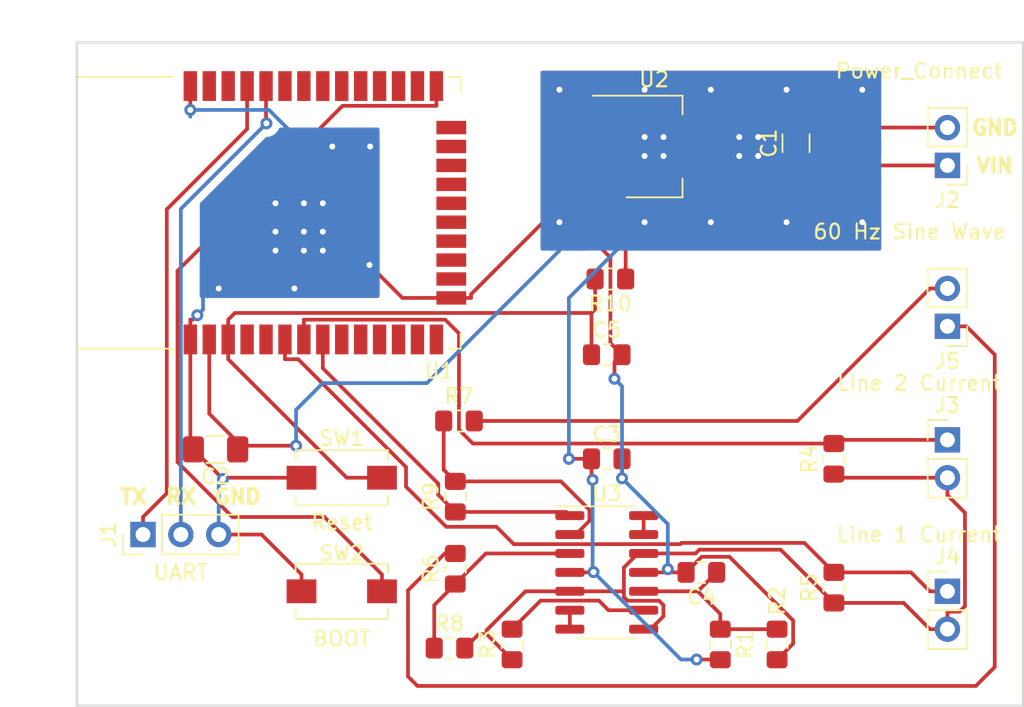
<source format=kicad_pcb>
(kicad_pcb (version 20171130) (host pcbnew "(5.1.5)-3")

  (general
    (thickness 1.6)
    (drawings 9)
    (tracks 248)
    (zones 0)
    (modules 27)
    (nets 47)
  )

  (page A4)
  (layers
    (0 F.Cu signal)
    (31 B.Cu signal)
    (32 B.Adhes user)
    (33 F.Adhes user)
    (34 B.Paste user)
    (35 F.Paste user)
    (36 B.SilkS user)
    (37 F.SilkS user)
    (38 B.Mask user)
    (39 F.Mask user)
    (40 Dwgs.User user)
    (41 Cmts.User user)
    (42 Eco1.User user)
    (43 Eco2.User user)
    (44 Edge.Cuts user)
    (45 Margin user)
    (46 B.CrtYd user)
    (47 F.CrtYd user)
    (48 B.Fab user)
    (49 F.Fab user)
  )

  (setup
    (last_trace_width 0.25)
    (trace_clearance 0.2)
    (zone_clearance 0.508)
    (zone_45_only no)
    (trace_min 0.2)
    (via_size 0.8)
    (via_drill 0.4)
    (via_min_size 0.4)
    (via_min_drill 0.3)
    (uvia_size 0.3)
    (uvia_drill 0.1)
    (uvias_allowed no)
    (uvia_min_size 0.2)
    (uvia_min_drill 0.1)
    (edge_width 0.1)
    (segment_width 0.2)
    (pcb_text_width 0.3)
    (pcb_text_size 1.5 1.5)
    (mod_edge_width 0.15)
    (mod_text_size 1 1)
    (mod_text_width 0.15)
    (pad_size 1.524 1.524)
    (pad_drill 0.762)
    (pad_to_mask_clearance 0)
    (aux_axis_origin 0 0)
    (visible_elements 7FFFFFFF)
    (pcbplotparams
      (layerselection 0x010fc_ffffffff)
      (usegerberextensions false)
      (usegerberattributes false)
      (usegerberadvancedattributes false)
      (creategerberjobfile false)
      (excludeedgelayer true)
      (linewidth 0.100000)
      (plotframeref false)
      (viasonmask false)
      (mode 1)
      (useauxorigin false)
      (hpglpennumber 1)
      (hpglpenspeed 20)
      (hpglpendiameter 15.000000)
      (psnegative false)
      (psa4output false)
      (plotreference true)
      (plotvalue true)
      (plotinvisibletext false)
      (padsonsilk false)
      (subtractmaskfromsilk false)
      (outputformat 1)
      (mirror false)
      (drillshape 0)
      (scaleselection 1)
      (outputdirectory "plots/"))
  )

  (net 0 "")
  (net 1 GND)
  (net 2 "Net-(C1-Pad1)")
  (net 3 +3V3)
  (net 4 "Net-(C4-Pad1)")
  (net 5 "Net-(C5-Pad1)")
  (net 6 "Net-(J1-Pad2)")
  (net 7 "Net-(J1-Pad1)")
  (net 8 "Net-(J3-Pad2)")
  (net 9 "Net-(J3-Pad1)")
  (net 10 "Net-(J4-Pad1)")
  (net 11 "Net-(J5-Pad2)")
  (net 12 "Net-(J5-Pad1)")
  (net 13 "Net-(R3-Pad2)")
  (net 14 "Net-(R6-Pad1)")
  (net 15 "Net-(R7-Pad1)")
  (net 16 "Net-(R9-Pad1)")
  (net 17 "Net-(SW2-Pad1)")
  (net 18 "Net-(U1-Pad37)")
  (net 19 "Net-(U1-Pad36)")
  (net 20 "Net-(U1-Pad33)")
  (net 21 "Net-(U1-Pad31)")
  (net 22 "Net-(U1-Pad30)")
  (net 23 "Net-(U1-Pad29)")
  (net 24 "Net-(U1-Pad28)")
  (net 25 "Net-(U1-Pad27)")
  (net 26 "Net-(U1-Pad26)")
  (net 27 "Net-(U1-Pad24)")
  (net 28 "Net-(U1-Pad23)")
  (net 29 "Net-(U1-Pad22)")
  (net 30 "Net-(U1-Pad21)")
  (net 31 "Net-(U1-Pad20)")
  (net 32 "Net-(U1-Pad19)")
  (net 33 "Net-(U1-Pad18)")
  (net 34 "Net-(U1-Pad17)")
  (net 35 "Net-(U1-Pad16)")
  (net 36 "Net-(U1-Pad14)")
  (net 37 "Net-(U1-Pad13)")
  (net 38 "Net-(U1-Pad12)")
  (net 39 "Net-(U1-Pad11)")
  (net 40 "Net-(U1-Pad10)")
  (net 41 "Net-(U1-Pad9)")
  (net 42 "Net-(U1-Pad5)")
  (net 43 "Net-(U1-Pad4)")
  (net 44 "Net-(U1-Pad32)")
  (net 45 "Net-(U3-Pad13)")
  (net 46 "Net-(U3-Pad6)")

  (net_class Default "This is the default net class."
    (clearance 0.2)
    (trace_width 0.25)
    (via_dia 0.8)
    (via_drill 0.4)
    (uvia_dia 0.3)
    (uvia_drill 0.1)
    (add_net +3V3)
    (add_net GND)
    (add_net "Net-(C1-Pad1)")
    (add_net "Net-(C4-Pad1)")
    (add_net "Net-(C5-Pad1)")
    (add_net "Net-(J1-Pad1)")
    (add_net "Net-(J1-Pad2)")
    (add_net "Net-(J3-Pad1)")
    (add_net "Net-(J3-Pad2)")
    (add_net "Net-(J4-Pad1)")
    (add_net "Net-(J5-Pad1)")
    (add_net "Net-(J5-Pad2)")
    (add_net "Net-(R3-Pad2)")
    (add_net "Net-(R6-Pad1)")
    (add_net "Net-(R7-Pad1)")
    (add_net "Net-(R9-Pad1)")
    (add_net "Net-(SW2-Pad1)")
    (add_net "Net-(U1-Pad10)")
    (add_net "Net-(U1-Pad11)")
    (add_net "Net-(U1-Pad12)")
    (add_net "Net-(U1-Pad13)")
    (add_net "Net-(U1-Pad14)")
    (add_net "Net-(U1-Pad16)")
    (add_net "Net-(U1-Pad17)")
    (add_net "Net-(U1-Pad18)")
    (add_net "Net-(U1-Pad19)")
    (add_net "Net-(U1-Pad20)")
    (add_net "Net-(U1-Pad21)")
    (add_net "Net-(U1-Pad22)")
    (add_net "Net-(U1-Pad23)")
    (add_net "Net-(U1-Pad24)")
    (add_net "Net-(U1-Pad26)")
    (add_net "Net-(U1-Pad27)")
    (add_net "Net-(U1-Pad28)")
    (add_net "Net-(U1-Pad29)")
    (add_net "Net-(U1-Pad30)")
    (add_net "Net-(U1-Pad31)")
    (add_net "Net-(U1-Pad32)")
    (add_net "Net-(U1-Pad33)")
    (add_net "Net-(U1-Pad36)")
    (add_net "Net-(U1-Pad37)")
    (add_net "Net-(U1-Pad4)")
    (add_net "Net-(U1-Pad5)")
    (add_net "Net-(U1-Pad9)")
    (add_net "Net-(U3-Pad13)")
    (add_net "Net-(U3-Pad6)")
  )

  (module MountingHole:MountingHole_2mm (layer F.Cu) (tedit 5B924920) (tstamp 5EA09D13)
    (at 171.45 81.915)
    (descr "Mounting Hole 2mm, no annular")
    (tags "mounting hole 2mm no annular")
    (path /5EBB9CC4)
    (attr virtual)
    (fp_text reference H2 (at 0 -3.2) (layer F.Fab)
      (effects (font (size 1 1) (thickness 0.15)))
    )
    (fp_text value MountingHole (at 0 3.1) (layer F.Fab)
      (effects (font (size 1 1) (thickness 0.15)))
    )
    (fp_circle (center 0 0) (end 2.25 0) (layer F.CrtYd) (width 0.05))
    (fp_circle (center 0 0) (end 2 0) (layer Cmts.User) (width 0.15))
    (fp_text user %R (at 0.3 0) (layer F.Fab)
      (effects (font (size 1 1) (thickness 0.15)))
    )
    (pad "" np_thru_hole circle (at 0 0) (size 2 2) (drill 2) (layers *.Cu *.Mask))
  )

  (module MountingHole:MountingHole_2mm (layer F.Cu) (tedit 5B924920) (tstamp 5E9FC49E)
    (at 133.35 104.14)
    (descr "Mounting Hole 2mm, no annular")
    (tags "mounting hole 2mm no annular")
    (path /5EBB89FD)
    (attr virtual)
    (fp_text reference H1 (at 0 -3.2) (layer F.Fab)
      (effects (font (size 1 1) (thickness 0.15)))
    )
    (fp_text value MountingHole (at 0 3.1) (layer F.Fab)
      (effects (font (size 1 1) (thickness 0.15)))
    )
    (fp_circle (center 0 0) (end 2.25 0) (layer F.CrtYd) (width 0.05))
    (fp_circle (center 0 0) (end 2 0) (layer Cmts.User) (width 0.15))
    (fp_text user %R (at 0.3 0) (layer F.Fab)
      (effects (font (size 1 1) (thickness 0.15)))
    )
    (pad "" np_thru_hole circle (at 0 0) (size 2 2) (drill 2) (layers *.Cu *.Mask))
  )

  (module Package_SO:SOIC-14_3.9x8.7mm_P1.27mm (layer F.Cu) (tedit 5D9F72B1) (tstamp 5E9EB95D)
    (at 162.56 99.06)
    (descr "SOIC, 14 Pin (JEDEC MS-012AB, https://www.analog.com/media/en/package-pcb-resources/package/pkg_pdf/soic_narrow-r/r_14.pdf), generated with kicad-footprint-generator ipc_gullwing_generator.py")
    (tags "SOIC SO")
    (path /5E98E376)
    (attr smd)
    (fp_text reference U3 (at 0 -5.28) (layer F.SilkS)
      (effects (font (size 1 1) (thickness 0.15)))
    )
    (fp_text value LMC6484 (at 0 5.28) (layer F.Fab)
      (effects (font (size 1 1) (thickness 0.15)))
    )
    (fp_text user %R (at 0.55 1.07) (layer F.Fab)
      (effects (font (size 0.98 0.98) (thickness 0.15)))
    )
    (fp_line (start 3.7 -4.58) (end -3.7 -4.58) (layer F.CrtYd) (width 0.05))
    (fp_line (start 3.7 4.58) (end 3.7 -4.58) (layer F.CrtYd) (width 0.05))
    (fp_line (start -3.7 4.58) (end 3.7 4.58) (layer F.CrtYd) (width 0.05))
    (fp_line (start -3.7 -4.58) (end -3.7 4.58) (layer F.CrtYd) (width 0.05))
    (fp_line (start -1.95 -3.35) (end -0.975 -4.325) (layer F.Fab) (width 0.1))
    (fp_line (start -1.95 4.325) (end -1.95 -3.35) (layer F.Fab) (width 0.1))
    (fp_line (start 1.95 4.325) (end -1.95 4.325) (layer F.Fab) (width 0.1))
    (fp_line (start 1.95 -4.325) (end 1.95 4.325) (layer F.Fab) (width 0.1))
    (fp_line (start -0.975 -4.325) (end 1.95 -4.325) (layer F.Fab) (width 0.1))
    (fp_line (start 0 -4.435) (end -3.45 -4.435) (layer F.SilkS) (width 0.12))
    (fp_line (start 0 -4.435) (end 1.95 -4.435) (layer F.SilkS) (width 0.12))
    (fp_line (start 0 4.435) (end -1.95 4.435) (layer F.SilkS) (width 0.12))
    (fp_line (start 0 4.435) (end 1.95 4.435) (layer F.SilkS) (width 0.12))
    (pad 14 smd roundrect (at 2.475 -3.81) (size 1.95 0.6) (layers F.Cu F.Paste F.Mask) (roundrect_rratio 0.25)
      (net 45 "Net-(U3-Pad13)"))
    (pad 13 smd roundrect (at 2.475 -2.54) (size 1.95 0.6) (layers F.Cu F.Paste F.Mask) (roundrect_rratio 0.25)
      (net 45 "Net-(U3-Pad13)"))
    (pad 12 smd roundrect (at 2.475 -1.27) (size 1.95 0.6) (layers F.Cu F.Paste F.Mask) (roundrect_rratio 0.25)
      (net 8 "Net-(J3-Pad2)"))
    (pad 11 smd roundrect (at 2.475 0) (size 1.95 0.6) (layers F.Cu F.Paste F.Mask) (roundrect_rratio 0.25)
      (net 1 GND))
    (pad 10 smd roundrect (at 2.475 1.27) (size 1.95 0.6) (layers F.Cu F.Paste F.Mask) (roundrect_rratio 0.25)
      (net 4 "Net-(C4-Pad1)"))
    (pad 9 smd roundrect (at 2.475 2.54) (size 1.95 0.6) (layers F.Cu F.Paste F.Mask) (roundrect_rratio 0.25)
      (net 13 "Net-(R3-Pad2)"))
    (pad 8 smd roundrect (at 2.475 3.81) (size 1.95 0.6) (layers F.Cu F.Paste F.Mask) (roundrect_rratio 0.25)
      (net 8 "Net-(J3-Pad2)"))
    (pad 7 smd roundrect (at -2.475 3.81) (size 1.95 0.6) (layers F.Cu F.Paste F.Mask) (roundrect_rratio 0.25)
      (net 46 "Net-(U3-Pad6)"))
    (pad 6 smd roundrect (at -2.475 2.54) (size 1.95 0.6) (layers F.Cu F.Paste F.Mask) (roundrect_rratio 0.25)
      (net 46 "Net-(U3-Pad6)"))
    (pad 5 smd roundrect (at -2.475 1.27) (size 1.95 0.6) (layers F.Cu F.Paste F.Mask) (roundrect_rratio 0.25)
      (net 8 "Net-(J3-Pad2)"))
    (pad 4 smd roundrect (at -2.475 0) (size 1.95 0.6) (layers F.Cu F.Paste F.Mask) (roundrect_rratio 0.25)
      (net 3 +3V3))
    (pad 3 smd roundrect (at -2.475 -1.27) (size 1.95 0.6) (layers F.Cu F.Paste F.Mask) (roundrect_rratio 0.25)
      (net 14 "Net-(R6-Pad1)"))
    (pad 2 smd roundrect (at -2.475 -2.54) (size 1.95 0.6) (layers F.Cu F.Paste F.Mask) (roundrect_rratio 0.25)
      (net 15 "Net-(R7-Pad1)"))
    (pad 1 smd roundrect (at -2.475 -3.81) (size 1.95 0.6) (layers F.Cu F.Paste F.Mask) (roundrect_rratio 0.25)
      (net 16 "Net-(R9-Pad1)"))
    (model ${KISYS3DMOD}/Package_SO.3dshapes/SOIC-14_3.9x8.7mm_P1.27mm.wrl
      (at (xyz 0 0 0))
      (scale (xyz 1 1 1))
      (rotate (xyz 0 0 0))
    )
  )

  (module Package_TO_SOT_SMD:SOT-223-3_TabPin2 (layer F.Cu) (tedit 5A02FF57) (tstamp 5E9EB93D)
    (at 165.735 70.485)
    (descr "module CMS SOT223 4 pins")
    (tags "CMS SOT")
    (path /5CF441F5)
    (attr smd)
    (fp_text reference U2 (at 0 -4.5) (layer F.SilkS)
      (effects (font (size 1 1) (thickness 0.15)))
    )
    (fp_text value AMS1117-3.3 (at 0 4.5) (layer F.Fab)
      (effects (font (size 1 1) (thickness 0.15)))
    )
    (fp_line (start 1.85 -3.35) (end 1.85 3.35) (layer F.Fab) (width 0.1))
    (fp_line (start -1.85 3.35) (end 1.85 3.35) (layer F.Fab) (width 0.1))
    (fp_line (start -4.1 -3.41) (end 1.91 -3.41) (layer F.SilkS) (width 0.12))
    (fp_line (start -0.85 -3.35) (end 1.85 -3.35) (layer F.Fab) (width 0.1))
    (fp_line (start -1.85 3.41) (end 1.91 3.41) (layer F.SilkS) (width 0.12))
    (fp_line (start -1.85 -2.35) (end -1.85 3.35) (layer F.Fab) (width 0.1))
    (fp_line (start -1.85 -2.35) (end -0.85 -3.35) (layer F.Fab) (width 0.1))
    (fp_line (start -4.4 -3.6) (end -4.4 3.6) (layer F.CrtYd) (width 0.05))
    (fp_line (start -4.4 3.6) (end 4.4 3.6) (layer F.CrtYd) (width 0.05))
    (fp_line (start 4.4 3.6) (end 4.4 -3.6) (layer F.CrtYd) (width 0.05))
    (fp_line (start 4.4 -3.6) (end -4.4 -3.6) (layer F.CrtYd) (width 0.05))
    (fp_line (start 1.91 -3.41) (end 1.91 -2.15) (layer F.SilkS) (width 0.12))
    (fp_line (start 1.91 3.41) (end 1.91 2.15) (layer F.SilkS) (width 0.12))
    (fp_text user %R (at 0 0 90) (layer F.Fab)
      (effects (font (size 0.8 0.8) (thickness 0.12)))
    )
    (pad 1 smd rect (at -3.15 -2.3) (size 2 1.5) (layers F.Cu F.Paste F.Mask)
      (net 1 GND))
    (pad 3 smd rect (at -3.15 2.3) (size 2 1.5) (layers F.Cu F.Paste F.Mask)
      (net 2 "Net-(C1-Pad1)"))
    (pad 2 smd rect (at -3.15 0) (size 2 1.5) (layers F.Cu F.Paste F.Mask)
      (net 3 +3V3))
    (pad 2 smd rect (at 3.15 0) (size 2 3.8) (layers F.Cu F.Paste F.Mask)
      (net 3 +3V3))
    (model ${KISYS3DMOD}/Package_TO_SOT_SMD.3dshapes/SOT-223.wrl
      (at (xyz 0 0 0))
      (scale (xyz 1 1 1))
      (rotate (xyz 0 0 0))
    )
  )

  (module RF_Module:ESP32-WROOM-32 (layer F.Cu) (tedit 5B5B4654) (tstamp 5E9EB927)
    (at 142.875 74.93 90)
    (descr "Single 2.4 GHz Wi-Fi and Bluetooth combo chip https://www.espressif.com/sites/default/files/documentation/esp32-wroom-32_datasheet_en.pdf")
    (tags "Single 2.4 GHz Wi-Fi and Bluetooth combo  chip")
    (path /5EA94905)
    (attr smd)
    (fp_text reference U1 (at -10.61 8.43) (layer F.SilkS)
      (effects (font (size 1 1) (thickness 0.15)))
    )
    (fp_text value ESP32-WROOM-32D (at 0 11.5 90) (layer F.Fab)
      (effects (font (size 1 1) (thickness 0.15)))
    )
    (fp_line (start -9.12 -9.445) (end -9.5 -9.445) (layer F.SilkS) (width 0.12))
    (fp_line (start -9.12 -15.865) (end -9.12 -9.445) (layer F.SilkS) (width 0.12))
    (fp_line (start 9.12 -15.865) (end 9.12 -9.445) (layer F.SilkS) (width 0.12))
    (fp_line (start -9.12 -15.865) (end 9.12 -15.865) (layer F.SilkS) (width 0.12))
    (fp_line (start 9.12 9.88) (end 8.12 9.88) (layer F.SilkS) (width 0.12))
    (fp_line (start 9.12 9.1) (end 9.12 9.88) (layer F.SilkS) (width 0.12))
    (fp_line (start -9.12 9.88) (end -8.12 9.88) (layer F.SilkS) (width 0.12))
    (fp_line (start -9.12 9.1) (end -9.12 9.88) (layer F.SilkS) (width 0.12))
    (fp_line (start 8.4 -20.6) (end 8.2 -20.4) (layer Cmts.User) (width 0.1))
    (fp_line (start 8.4 -16) (end 8.4 -20.6) (layer Cmts.User) (width 0.1))
    (fp_line (start 8.4 -20.6) (end 8.6 -20.4) (layer Cmts.User) (width 0.1))
    (fp_line (start 8.4 -16) (end 8.6 -16.2) (layer Cmts.User) (width 0.1))
    (fp_line (start 8.4 -16) (end 8.2 -16.2) (layer Cmts.User) (width 0.1))
    (fp_line (start -9.2 -13.875) (end -9.4 -14.075) (layer Cmts.User) (width 0.1))
    (fp_line (start -13.8 -13.875) (end -9.2 -13.875) (layer Cmts.User) (width 0.1))
    (fp_line (start -9.2 -13.875) (end -9.4 -13.675) (layer Cmts.User) (width 0.1))
    (fp_line (start -13.8 -13.875) (end -13.6 -13.675) (layer Cmts.User) (width 0.1))
    (fp_line (start -13.8 -13.875) (end -13.6 -14.075) (layer Cmts.User) (width 0.1))
    (fp_line (start 9.2 -13.875) (end 9.4 -13.675) (layer Cmts.User) (width 0.1))
    (fp_line (start 9.2 -13.875) (end 9.4 -14.075) (layer Cmts.User) (width 0.1))
    (fp_line (start 13.8 -13.875) (end 13.6 -13.675) (layer Cmts.User) (width 0.1))
    (fp_line (start 13.8 -13.875) (end 13.6 -14.075) (layer Cmts.User) (width 0.1))
    (fp_line (start 9.2 -13.875) (end 13.8 -13.875) (layer Cmts.User) (width 0.1))
    (fp_line (start 14 -11.585) (end 12 -9.97) (layer Dwgs.User) (width 0.1))
    (fp_line (start 14 -13.2) (end 10 -9.97) (layer Dwgs.User) (width 0.1))
    (fp_line (start 14 -14.815) (end 8 -9.97) (layer Dwgs.User) (width 0.1))
    (fp_line (start 14 -16.43) (end 6 -9.97) (layer Dwgs.User) (width 0.1))
    (fp_line (start 14 -18.045) (end 4 -9.97) (layer Dwgs.User) (width 0.1))
    (fp_line (start 14 -19.66) (end 2 -9.97) (layer Dwgs.User) (width 0.1))
    (fp_line (start 13.475 -20.75) (end 0 -9.97) (layer Dwgs.User) (width 0.1))
    (fp_line (start 11.475 -20.75) (end -2 -9.97) (layer Dwgs.User) (width 0.1))
    (fp_line (start 9.475 -20.75) (end -4 -9.97) (layer Dwgs.User) (width 0.1))
    (fp_line (start 7.475 -20.75) (end -6 -9.97) (layer Dwgs.User) (width 0.1))
    (fp_line (start -8 -9.97) (end 5.475 -20.75) (layer Dwgs.User) (width 0.1))
    (fp_line (start 3.475 -20.75) (end -10 -9.97) (layer Dwgs.User) (width 0.1))
    (fp_line (start 1.475 -20.75) (end -12 -9.97) (layer Dwgs.User) (width 0.1))
    (fp_line (start -0.525 -20.75) (end -14 -9.97) (layer Dwgs.User) (width 0.1))
    (fp_line (start -2.525 -20.75) (end -14 -11.585) (layer Dwgs.User) (width 0.1))
    (fp_line (start -4.525 -20.75) (end -14 -13.2) (layer Dwgs.User) (width 0.1))
    (fp_line (start -6.525 -20.75) (end -14 -14.815) (layer Dwgs.User) (width 0.1))
    (fp_line (start -8.525 -20.75) (end -14 -16.43) (layer Dwgs.User) (width 0.1))
    (fp_line (start -10.525 -20.75) (end -14 -18.045) (layer Dwgs.User) (width 0.1))
    (fp_line (start -12.525 -20.75) (end -14 -19.66) (layer Dwgs.User) (width 0.1))
    (fp_line (start 9.75 -9.72) (end 14.25 -9.72) (layer F.CrtYd) (width 0.05))
    (fp_line (start -14.25 -9.72) (end -9.75 -9.72) (layer F.CrtYd) (width 0.05))
    (fp_line (start 14.25 -21) (end 14.25 -9.72) (layer F.CrtYd) (width 0.05))
    (fp_line (start -14.25 -21) (end -14.25 -9.72) (layer F.CrtYd) (width 0.05))
    (fp_line (start 14 -20.75) (end -14 -20.75) (layer Dwgs.User) (width 0.1))
    (fp_line (start 14 -9.97) (end 14 -20.75) (layer Dwgs.User) (width 0.1))
    (fp_line (start 14 -9.97) (end -14 -9.97) (layer Dwgs.User) (width 0.1))
    (fp_line (start -9 -9.02) (end -8.5 -9.52) (layer F.Fab) (width 0.1))
    (fp_line (start -8.5 -9.52) (end -9 -10.02) (layer F.Fab) (width 0.1))
    (fp_line (start -9 -9.02) (end -9 9.76) (layer F.Fab) (width 0.1))
    (fp_line (start -14.25 -21) (end 14.25 -21) (layer F.CrtYd) (width 0.05))
    (fp_line (start 9.75 -9.72) (end 9.75 10.5) (layer F.CrtYd) (width 0.05))
    (fp_line (start -9.75 10.5) (end 9.75 10.5) (layer F.CrtYd) (width 0.05))
    (fp_line (start -9.75 10.5) (end -9.75 -9.72) (layer F.CrtYd) (width 0.05))
    (fp_line (start -9 -15.745) (end 9 -15.745) (layer F.Fab) (width 0.1))
    (fp_line (start -9 -15.745) (end -9 -10.02) (layer F.Fab) (width 0.1))
    (fp_line (start -9 9.76) (end 9 9.76) (layer F.Fab) (width 0.1))
    (fp_line (start 9 9.76) (end 9 -15.745) (layer F.Fab) (width 0.1))
    (fp_line (start -14 -9.97) (end -14 -20.75) (layer Dwgs.User) (width 0.1))
    (fp_text user "5 mm" (at 7.8 -19.075) (layer Cmts.User)
      (effects (font (size 0.5 0.5) (thickness 0.1)))
    )
    (fp_text user "5 mm" (at -11.2 -14.375 90) (layer Cmts.User)
      (effects (font (size 0.5 0.5) (thickness 0.1)))
    )
    (fp_text user "5 mm" (at 11.8 -14.375 90) (layer Cmts.User)
      (effects (font (size 0.5 0.5) (thickness 0.1)))
    )
    (fp_text user Antenna (at 0 -13 90) (layer Cmts.User)
      (effects (font (size 1 1) (thickness 0.15)))
    )
    (fp_text user "KEEP-OUT ZONE" (at 0 -19 90) (layer Cmts.User)
      (effects (font (size 1 1) (thickness 0.15)))
    )
    (fp_text user %R (at 0 0 90) (layer F.Fab)
      (effects (font (size 1 1) (thickness 0.15)))
    )
    (pad 38 smd rect (at 8.5 -8.255 90) (size 2 0.9) (layers F.Cu F.Paste F.Mask)
      (net 1 GND))
    (pad 37 smd rect (at 8.5 -6.985 90) (size 2 0.9) (layers F.Cu F.Paste F.Mask)
      (net 18 "Net-(U1-Pad37)"))
    (pad 36 smd rect (at 8.5 -5.715 90) (size 2 0.9) (layers F.Cu F.Paste F.Mask)
      (net 19 "Net-(U1-Pad36)"))
    (pad 35 smd rect (at 8.5 -4.445 90) (size 2 0.9) (layers F.Cu F.Paste F.Mask)
      (net 7 "Net-(J1-Pad1)"))
    (pad 34 smd rect (at 8.5 -3.175 90) (size 2 0.9) (layers F.Cu F.Paste F.Mask)
      (net 6 "Net-(J1-Pad2)"))
    (pad 33 smd rect (at 8.5 -1.905 90) (size 2 0.9) (layers F.Cu F.Paste F.Mask)
      (net 20 "Net-(U1-Pad33)"))
    (pad 32 smd rect (at 8.5 -0.635 90) (size 2 0.9) (layers F.Cu F.Paste F.Mask)
      (net 44 "Net-(U1-Pad32)"))
    (pad 31 smd rect (at 8.5 0.635 90) (size 2 0.9) (layers F.Cu F.Paste F.Mask)
      (net 21 "Net-(U1-Pad31)"))
    (pad 30 smd rect (at 8.5 1.905 90) (size 2 0.9) (layers F.Cu F.Paste F.Mask)
      (net 22 "Net-(U1-Pad30)"))
    (pad 29 smd rect (at 8.5 3.175 90) (size 2 0.9) (layers F.Cu F.Paste F.Mask)
      (net 23 "Net-(U1-Pad29)"))
    (pad 28 smd rect (at 8.5 4.445 90) (size 2 0.9) (layers F.Cu F.Paste F.Mask)
      (net 24 "Net-(U1-Pad28)"))
    (pad 27 smd rect (at 8.5 5.715 90) (size 2 0.9) (layers F.Cu F.Paste F.Mask)
      (net 25 "Net-(U1-Pad27)"))
    (pad 26 smd rect (at 8.5 6.985 90) (size 2 0.9) (layers F.Cu F.Paste F.Mask)
      (net 26 "Net-(U1-Pad26)"))
    (pad 25 smd rect (at 8.5 8.255 90) (size 2 0.9) (layers F.Cu F.Paste F.Mask)
      (net 17 "Net-(SW2-Pad1)"))
    (pad 24 smd rect (at 5.715 9.255 180) (size 2 0.9) (layers F.Cu F.Paste F.Mask)
      (net 27 "Net-(U1-Pad24)"))
    (pad 23 smd rect (at 4.445 9.255 180) (size 2 0.9) (layers F.Cu F.Paste F.Mask)
      (net 28 "Net-(U1-Pad23)"))
    (pad 22 smd rect (at 3.175 9.255 180) (size 2 0.9) (layers F.Cu F.Paste F.Mask)
      (net 29 "Net-(U1-Pad22)"))
    (pad 21 smd rect (at 1.905 9.255 180) (size 2 0.9) (layers F.Cu F.Paste F.Mask)
      (net 30 "Net-(U1-Pad21)"))
    (pad 20 smd rect (at 0.635 9.255 180) (size 2 0.9) (layers F.Cu F.Paste F.Mask)
      (net 31 "Net-(U1-Pad20)"))
    (pad 19 smd rect (at -0.635 9.255 180) (size 2 0.9) (layers F.Cu F.Paste F.Mask)
      (net 32 "Net-(U1-Pad19)"))
    (pad 18 smd rect (at -1.905 9.255 180) (size 2 0.9) (layers F.Cu F.Paste F.Mask)
      (net 33 "Net-(U1-Pad18)"))
    (pad 17 smd rect (at -3.175 9.255 180) (size 2 0.9) (layers F.Cu F.Paste F.Mask)
      (net 34 "Net-(U1-Pad17)"))
    (pad 16 smd rect (at -4.445 9.255 180) (size 2 0.9) (layers F.Cu F.Paste F.Mask)
      (net 35 "Net-(U1-Pad16)"))
    (pad 15 smd rect (at -5.715 9.255 180) (size 2 0.9) (layers F.Cu F.Paste F.Mask)
      (net 1 GND))
    (pad 14 smd rect (at -8.5 8.255 90) (size 2 0.9) (layers F.Cu F.Paste F.Mask)
      (net 36 "Net-(U1-Pad14)"))
    (pad 13 smd rect (at -8.5 6.985 90) (size 2 0.9) (layers F.Cu F.Paste F.Mask)
      (net 37 "Net-(U1-Pad13)"))
    (pad 12 smd rect (at -8.5 5.715 90) (size 2 0.9) (layers F.Cu F.Paste F.Mask)
      (net 38 "Net-(U1-Pad12)"))
    (pad 11 smd rect (at -8.5 4.445 90) (size 2 0.9) (layers F.Cu F.Paste F.Mask)
      (net 39 "Net-(U1-Pad11)"))
    (pad 10 smd rect (at -8.5 3.175 90) (size 2 0.9) (layers F.Cu F.Paste F.Mask)
      (net 40 "Net-(U1-Pad10)"))
    (pad 9 smd rect (at -8.5 1.905 90) (size 2 0.9) (layers F.Cu F.Paste F.Mask)
      (net 41 "Net-(U1-Pad9)"))
    (pad 8 smd rect (at -8.5 0.635 90) (size 2 0.9) (layers F.Cu F.Paste F.Mask)
      (net 16 "Net-(R9-Pad1)"))
    (pad 7 smd rect (at -8.5 -0.635 90) (size 2 0.9) (layers F.Cu F.Paste F.Mask)
      (net 9 "Net-(J3-Pad1)"))
    (pad 6 smd rect (at -8.5 -1.905 90) (size 2 0.9) (layers F.Cu F.Paste F.Mask)
      (net 10 "Net-(J4-Pad1)"))
    (pad 5 smd rect (at -8.5 -3.175 90) (size 2 0.9) (layers F.Cu F.Paste F.Mask)
      (net 42 "Net-(U1-Pad5)"))
    (pad 4 smd rect (at -8.5 -4.445 90) (size 2 0.9) (layers F.Cu F.Paste F.Mask)
      (net 43 "Net-(U1-Pad4)"))
    (pad 3 smd rect (at -8.5 -5.715 90) (size 2 0.9) (layers F.Cu F.Paste F.Mask)
      (net 5 "Net-(C5-Pad1)"))
    (pad 2 smd rect (at -8.5 -6.985 90) (size 2 0.9) (layers F.Cu F.Paste F.Mask)
      (net 3 +3V3))
    (pad 1 smd rect (at -8.5 -8.255 90) (size 2 0.9) (layers F.Cu F.Paste F.Mask)
      (net 1 GND))
    (pad 39 smd rect (at -1 -0.755 90) (size 5 5) (layers F.Cu F.Paste F.Mask)
      (net 1 GND))
    (model ${KISYS3DMOD}/RF_Module.3dshapes/ESP32-WROOM-32.wrl
      (at (xyz 0 0 0))
      (scale (xyz 1 1 1))
      (rotate (xyz 0 0 0))
    )
  )

  (module Button_Switch_SMD:SW_SPST_EVQPE1 (layer F.Cu) (tedit 5A02FC95) (tstamp 5E9EB8B8)
    (at 144.78 100.33 180)
    (descr "Light Touch Switch, https://industrial.panasonic.com/cdbs/www-data/pdf/ATK0000/ATK0000CE7.pdf")
    (path /5C4C850B)
    (attr smd)
    (fp_text reference SW2 (at 0 2.54) (layer F.SilkS)
      (effects (font (size 1 1) (thickness 0.15)))
    )
    (fp_text value BOOT (at 0 -3.175) (layer F.SilkS)
      (effects (font (size 1 1) (thickness 0.15)))
    )
    (fp_line (start -3.1 1.85) (end 3.1 1.85) (layer F.SilkS) (width 0.12))
    (fp_line (start 3.1 -1.85) (end -3.1 -1.85) (layer F.SilkS) (width 0.12))
    (fp_line (start -3.1 -1.85) (end -3.1 -1.2) (layer F.SilkS) (width 0.12))
    (fp_line (start -3.1 1.2) (end -3.1 1.85) (layer F.SilkS) (width 0.12))
    (fp_line (start 3.1 1.85) (end 3.1 1.2) (layer F.SilkS) (width 0.12))
    (fp_line (start 3.1 -1.85) (end 3.1 -1.2) (layer F.SilkS) (width 0.12))
    (fp_line (start -3.95 2) (end -3.95 -2) (layer F.CrtYd) (width 0.05))
    (fp_line (start 3.95 2) (end -3.95 2) (layer F.CrtYd) (width 0.05))
    (fp_line (start 3.95 -2) (end 3.95 2) (layer F.CrtYd) (width 0.05))
    (fp_line (start -3.95 -2) (end 3.95 -2) (layer F.CrtYd) (width 0.05))
    (fp_line (start -1.4 0.7) (end -1.4 -0.7) (layer F.Fab) (width 0.1))
    (fp_line (start 1.4 0.7) (end -1.4 0.7) (layer F.Fab) (width 0.1))
    (fp_line (start 1.4 -0.7) (end 1.4 0.7) (layer F.Fab) (width 0.1))
    (fp_line (start -1.4 -0.7) (end 1.4 -0.7) (layer F.Fab) (width 0.1))
    (fp_line (start -3 -1.75) (end 3 -1.75) (layer F.Fab) (width 0.1))
    (fp_line (start -3 1.75) (end -3 -1.75) (layer F.Fab) (width 0.1))
    (fp_line (start 3 1.75) (end -3 1.75) (layer F.Fab) (width 0.1))
    (fp_line (start 3 -1.75) (end 3 1.75) (layer F.Fab) (width 0.1))
    (pad 1 smd rect (at -2.7 0 180) (size 2 1.6) (layers F.Cu F.Paste F.Mask)
      (net 17 "Net-(SW2-Pad1)"))
    (pad 2 smd rect (at 2.7 0 180) (size 2 1.6) (layers F.Cu F.Paste F.Mask)
      (net 1 GND))
    (model ${KISYS3DMOD}/Button_Switch_SMD.3dshapes/SW_SPST_EVQPE1.wrl
      (at (xyz 0 0 0))
      (scale (xyz 1 1 1))
      (rotate (xyz 0 0 0))
    )
  )

  (module Button_Switch_SMD:SW_SPST_EVQPE1 (layer F.Cu) (tedit 5A02FC95) (tstamp 5E9EB89F)
    (at 144.78 92.71)
    (descr "Light Touch Switch, https://industrial.panasonic.com/cdbs/www-data/pdf/ATK0000/ATK0000CE7.pdf")
    (path /5C4C8469)
    (attr smd)
    (fp_text reference SW1 (at 0 -2.65) (layer F.SilkS)
      (effects (font (size 1 1) (thickness 0.15)))
    )
    (fp_text value Reset (at 0 3) (layer F.SilkS)
      (effects (font (size 1 1) (thickness 0.15)))
    )
    (fp_line (start -3.1 1.85) (end 3.1 1.85) (layer F.SilkS) (width 0.12))
    (fp_line (start 3.1 -1.85) (end -3.1 -1.85) (layer F.SilkS) (width 0.12))
    (fp_line (start -3.1 -1.85) (end -3.1 -1.2) (layer F.SilkS) (width 0.12))
    (fp_line (start -3.1 1.2) (end -3.1 1.85) (layer F.SilkS) (width 0.12))
    (fp_line (start 3.1 1.85) (end 3.1 1.2) (layer F.SilkS) (width 0.12))
    (fp_line (start 3.1 -1.85) (end 3.1 -1.2) (layer F.SilkS) (width 0.12))
    (fp_line (start -3.95 2) (end -3.95 -2) (layer F.CrtYd) (width 0.05))
    (fp_line (start 3.95 2) (end -3.95 2) (layer F.CrtYd) (width 0.05))
    (fp_line (start 3.95 -2) (end 3.95 2) (layer F.CrtYd) (width 0.05))
    (fp_line (start -3.95 -2) (end 3.95 -2) (layer F.CrtYd) (width 0.05))
    (fp_line (start -1.4 0.7) (end -1.4 -0.7) (layer F.Fab) (width 0.1))
    (fp_line (start 1.4 0.7) (end -1.4 0.7) (layer F.Fab) (width 0.1))
    (fp_line (start 1.4 -0.7) (end 1.4 0.7) (layer F.Fab) (width 0.1))
    (fp_line (start -1.4 -0.7) (end 1.4 -0.7) (layer F.Fab) (width 0.1))
    (fp_line (start -3 -1.75) (end 3 -1.75) (layer F.Fab) (width 0.1))
    (fp_line (start -3 1.75) (end -3 -1.75) (layer F.Fab) (width 0.1))
    (fp_line (start 3 1.75) (end -3 1.75) (layer F.Fab) (width 0.1))
    (fp_line (start 3 -1.75) (end 3 1.75) (layer F.Fab) (width 0.1))
    (fp_text user %R (at 0 -2.65) (layer F.Fab)
      (effects (font (size 1 1) (thickness 0.15)))
    )
    (pad 1 smd rect (at -2.7 0) (size 2 1.6) (layers F.Cu F.Paste F.Mask)
      (net 1 GND))
    (pad 2 smd rect (at 2.7 0) (size 2 1.6) (layers F.Cu F.Paste F.Mask)
      (net 5 "Net-(C5-Pad1)"))
    (model ${KISYS3DMOD}/Button_Switch_SMD.3dshapes/SW_SPST_EVQPE1.wrl
      (at (xyz 0 0 0))
      (scale (xyz 1 1 1))
      (rotate (xyz 0 0 0))
    )
  )

  (module Resistor_SMD:R_0805_2012Metric_Pad1.15x1.40mm_HandSolder (layer F.Cu) (tedit 5B36C52B) (tstamp 5E9EB886)
    (at 162.805 79.375 180)
    (descr "Resistor SMD 0805 (2012 Metric), square (rectangular) end terminal, IPC_7351 nominal with elongated pad for handsoldering. (Body size source: https://docs.google.com/spreadsheets/d/1BsfQQcO9C6DZCsRaXUlFlo91Tg2WpOkGARC1WS5S8t0/edit?usp=sharing), generated with kicad-footprint-generator")
    (tags "resistor handsolder")
    (path /5C47E836)
    (attr smd)
    (fp_text reference R10 (at 0 -1.65) (layer F.SilkS)
      (effects (font (size 1 1) (thickness 0.15)))
    )
    (fp_text value 22K (at 0 1.65) (layer F.Fab)
      (effects (font (size 1 1) (thickness 0.15)))
    )
    (fp_text user %R (at 0 0) (layer F.Fab)
      (effects (font (size 0.5 0.5) (thickness 0.08)))
    )
    (fp_line (start 1.85 0.95) (end -1.85 0.95) (layer F.CrtYd) (width 0.05))
    (fp_line (start 1.85 -0.95) (end 1.85 0.95) (layer F.CrtYd) (width 0.05))
    (fp_line (start -1.85 -0.95) (end 1.85 -0.95) (layer F.CrtYd) (width 0.05))
    (fp_line (start -1.85 0.95) (end -1.85 -0.95) (layer F.CrtYd) (width 0.05))
    (fp_line (start -0.261252 0.71) (end 0.261252 0.71) (layer F.SilkS) (width 0.12))
    (fp_line (start -0.261252 -0.71) (end 0.261252 -0.71) (layer F.SilkS) (width 0.12))
    (fp_line (start 1 0.6) (end -1 0.6) (layer F.Fab) (width 0.1))
    (fp_line (start 1 -0.6) (end 1 0.6) (layer F.Fab) (width 0.1))
    (fp_line (start -1 -0.6) (end 1 -0.6) (layer F.Fab) (width 0.1))
    (fp_line (start -1 0.6) (end -1 -0.6) (layer F.Fab) (width 0.1))
    (pad 2 smd roundrect (at 1.025 0 180) (size 1.15 1.4) (layers F.Cu F.Paste F.Mask) (roundrect_rratio 0.217391)
      (net 5 "Net-(C5-Pad1)"))
    (pad 1 smd roundrect (at -1.025 0 180) (size 1.15 1.4) (layers F.Cu F.Paste F.Mask) (roundrect_rratio 0.217391)
      (net 3 +3V3))
    (model ${KISYS3DMOD}/Resistor_SMD.3dshapes/R_0805_2012Metric.wrl
      (at (xyz 0 0 0))
      (scale (xyz 1 1 1))
      (rotate (xyz 0 0 0))
    )
  )

  (module Resistor_SMD:R_0805_2012Metric_Pad1.15x1.40mm_HandSolder (layer F.Cu) (tedit 5B36C52B) (tstamp 5E9EB875)
    (at 152.4 93.98 90)
    (descr "Resistor SMD 0805 (2012 Metric), square (rectangular) end terminal, IPC_7351 nominal with elongated pad for handsoldering. (Body size source: https://docs.google.com/spreadsheets/d/1BsfQQcO9C6DZCsRaXUlFlo91Tg2WpOkGARC1WS5S8t0/edit?usp=sharing), generated with kicad-footprint-generator")
    (tags "resistor handsolder")
    (path /5E9DD16D)
    (attr smd)
    (fp_text reference R9 (at 0 -1.65 90) (layer F.SilkS)
      (effects (font (size 1 1) (thickness 0.15)))
    )
    (fp_text value 5.6k (at 0 1.65 90) (layer F.Fab)
      (effects (font (size 1 1) (thickness 0.15)))
    )
    (fp_text user %R (at 2.295 2.41 90) (layer F.Fab)
      (effects (font (size 0.5 0.5) (thickness 0.08)))
    )
    (fp_line (start 1.85 0.95) (end -1.85 0.95) (layer F.CrtYd) (width 0.05))
    (fp_line (start 1.85 -0.95) (end 1.85 0.95) (layer F.CrtYd) (width 0.05))
    (fp_line (start -1.85 -0.95) (end 1.85 -0.95) (layer F.CrtYd) (width 0.05))
    (fp_line (start -1.85 0.95) (end -1.85 -0.95) (layer F.CrtYd) (width 0.05))
    (fp_line (start -0.261252 0.71) (end 0.261252 0.71) (layer F.SilkS) (width 0.12))
    (fp_line (start -0.261252 -0.71) (end 0.261252 -0.71) (layer F.SilkS) (width 0.12))
    (fp_line (start 1 0.6) (end -1 0.6) (layer F.Fab) (width 0.1))
    (fp_line (start 1 -0.6) (end 1 0.6) (layer F.Fab) (width 0.1))
    (fp_line (start -1 -0.6) (end 1 -0.6) (layer F.Fab) (width 0.1))
    (fp_line (start -1 0.6) (end -1 -0.6) (layer F.Fab) (width 0.1))
    (pad 2 smd roundrect (at 1.025 0 90) (size 1.15 1.4) (layers F.Cu F.Paste F.Mask) (roundrect_rratio 0.217391)
      (net 15 "Net-(R7-Pad1)"))
    (pad 1 smd roundrect (at -1.025 0 90) (size 1.15 1.4) (layers F.Cu F.Paste F.Mask) (roundrect_rratio 0.217391)
      (net 16 "Net-(R9-Pad1)"))
    (model ${KISYS3DMOD}/Resistor_SMD.3dshapes/R_0805_2012Metric.wrl
      (at (xyz 0 0 0))
      (scale (xyz 1 1 1))
      (rotate (xyz 0 0 0))
    )
  )

  (module Resistor_SMD:R_0805_2012Metric_Pad1.15x1.40mm_HandSolder (layer F.Cu) (tedit 5B36C52B) (tstamp 5E9EB864)
    (at 152.01 104.14)
    (descr "Resistor SMD 0805 (2012 Metric), square (rectangular) end terminal, IPC_7351 nominal with elongated pad for handsoldering. (Body size source: https://docs.google.com/spreadsheets/d/1BsfQQcO9C6DZCsRaXUlFlo91Tg2WpOkGARC1WS5S8t0/edit?usp=sharing), generated with kicad-footprint-generator")
    (tags "resistor handsolder")
    (path /5E9DD661)
    (attr smd)
    (fp_text reference R8 (at 0 -1.65) (layer F.SilkS)
      (effects (font (size 1 1) (thickness 0.15)))
    )
    (fp_text value 5.6k (at 0 1.65) (layer F.Fab)
      (effects (font (size 1 1) (thickness 0.15)))
    )
    (fp_text user %R (at 0 0) (layer F.Fab)
      (effects (font (size 0.5 0.5) (thickness 0.08)))
    )
    (fp_line (start 1.85 0.95) (end -1.85 0.95) (layer F.CrtYd) (width 0.05))
    (fp_line (start 1.85 -0.95) (end 1.85 0.95) (layer F.CrtYd) (width 0.05))
    (fp_line (start -1.85 -0.95) (end 1.85 -0.95) (layer F.CrtYd) (width 0.05))
    (fp_line (start -1.85 0.95) (end -1.85 -0.95) (layer F.CrtYd) (width 0.05))
    (fp_line (start -0.261252 0.71) (end 0.261252 0.71) (layer F.SilkS) (width 0.12))
    (fp_line (start -0.261252 -0.71) (end 0.261252 -0.71) (layer F.SilkS) (width 0.12))
    (fp_line (start 1 0.6) (end -1 0.6) (layer F.Fab) (width 0.1))
    (fp_line (start 1 -0.6) (end 1 0.6) (layer F.Fab) (width 0.1))
    (fp_line (start -1 -0.6) (end 1 -0.6) (layer F.Fab) (width 0.1))
    (fp_line (start -1 0.6) (end -1 -0.6) (layer F.Fab) (width 0.1))
    (pad 2 smd roundrect (at 1.025 0) (size 1.15 1.4) (layers F.Cu F.Paste F.Mask) (roundrect_rratio 0.217391)
      (net 8 "Net-(J3-Pad2)"))
    (pad 1 smd roundrect (at -1.025 0) (size 1.15 1.4) (layers F.Cu F.Paste F.Mask) (roundrect_rratio 0.217391)
      (net 14 "Net-(R6-Pad1)"))
    (model ${KISYS3DMOD}/Resistor_SMD.3dshapes/R_0805_2012Metric.wrl
      (at (xyz 0 0 0))
      (scale (xyz 1 1 1))
      (rotate (xyz 0 0 0))
    )
  )

  (module Resistor_SMD:R_0805_2012Metric_Pad1.15x1.40mm_HandSolder (layer F.Cu) (tedit 5B36C52B) (tstamp 5E9EB853)
    (at 152.645 88.9)
    (descr "Resistor SMD 0805 (2012 Metric), square (rectangular) end terminal, IPC_7351 nominal with elongated pad for handsoldering. (Body size source: https://docs.google.com/spreadsheets/d/1BsfQQcO9C6DZCsRaXUlFlo91Tg2WpOkGARC1WS5S8t0/edit?usp=sharing), generated with kicad-footprint-generator")
    (tags "resistor handsolder")
    (path /5C479A80)
    (attr smd)
    (fp_text reference R7 (at 0 -1.65) (layer F.SilkS)
      (effects (font (size 1 1) (thickness 0.15)))
    )
    (fp_text value 75k (at 0 1.65) (layer F.Fab)
      (effects (font (size 1 1) (thickness 0.15)))
    )
    (fp_text user %R (at 0 0) (layer F.Fab)
      (effects (font (size 0.5 0.5) (thickness 0.08)))
    )
    (fp_line (start 1.85 0.95) (end -1.85 0.95) (layer F.CrtYd) (width 0.05))
    (fp_line (start 1.85 -0.95) (end 1.85 0.95) (layer F.CrtYd) (width 0.05))
    (fp_line (start -1.85 -0.95) (end 1.85 -0.95) (layer F.CrtYd) (width 0.05))
    (fp_line (start -1.85 0.95) (end -1.85 -0.95) (layer F.CrtYd) (width 0.05))
    (fp_line (start -0.261252 0.71) (end 0.261252 0.71) (layer F.SilkS) (width 0.12))
    (fp_line (start -0.261252 -0.71) (end 0.261252 -0.71) (layer F.SilkS) (width 0.12))
    (fp_line (start 1 0.6) (end -1 0.6) (layer F.Fab) (width 0.1))
    (fp_line (start 1 -0.6) (end 1 0.6) (layer F.Fab) (width 0.1))
    (fp_line (start -1 -0.6) (end 1 -0.6) (layer F.Fab) (width 0.1))
    (fp_line (start -1 0.6) (end -1 -0.6) (layer F.Fab) (width 0.1))
    (pad 2 smd roundrect (at 1.025 0) (size 1.15 1.4) (layers F.Cu F.Paste F.Mask) (roundrect_rratio 0.217391)
      (net 11 "Net-(J5-Pad2)"))
    (pad 1 smd roundrect (at -1.025 0) (size 1.15 1.4) (layers F.Cu F.Paste F.Mask) (roundrect_rratio 0.217391)
      (net 15 "Net-(R7-Pad1)"))
    (model ${KISYS3DMOD}/Resistor_SMD.3dshapes/R_0805_2012Metric.wrl
      (at (xyz 0 0 0))
      (scale (xyz 1 1 1))
      (rotate (xyz 0 0 0))
    )
  )

  (module Resistor_SMD:R_0805_2012Metric_Pad1.15x1.40mm_HandSolder (layer F.Cu) (tedit 5B36C52B) (tstamp 5E9EB842)
    (at 152.4 98.815 90)
    (descr "Resistor SMD 0805 (2012 Metric), square (rectangular) end terminal, IPC_7351 nominal with elongated pad for handsoldering. (Body size source: https://docs.google.com/spreadsheets/d/1BsfQQcO9C6DZCsRaXUlFlo91Tg2WpOkGARC1WS5S8t0/edit?usp=sharing), generated with kicad-footprint-generator")
    (tags "resistor handsolder")
    (path /5C479AEC)
    (attr smd)
    (fp_text reference R6 (at 0 -1.65 90) (layer F.SilkS)
      (effects (font (size 1 1) (thickness 0.15)))
    )
    (fp_text value 75k (at 0 1.65 90) (layer F.Fab)
      (effects (font (size 1 1) (thickness 0.15)))
    )
    (fp_text user %R (at 0 0 90) (layer F.Fab)
      (effects (font (size 0.5 0.5) (thickness 0.08)))
    )
    (fp_line (start 1.85 0.95) (end -1.85 0.95) (layer F.CrtYd) (width 0.05))
    (fp_line (start 1.85 -0.95) (end 1.85 0.95) (layer F.CrtYd) (width 0.05))
    (fp_line (start -1.85 -0.95) (end 1.85 -0.95) (layer F.CrtYd) (width 0.05))
    (fp_line (start -1.85 0.95) (end -1.85 -0.95) (layer F.CrtYd) (width 0.05))
    (fp_line (start -0.261252 0.71) (end 0.261252 0.71) (layer F.SilkS) (width 0.12))
    (fp_line (start -0.261252 -0.71) (end 0.261252 -0.71) (layer F.SilkS) (width 0.12))
    (fp_line (start 1 0.6) (end -1 0.6) (layer F.Fab) (width 0.1))
    (fp_line (start 1 -0.6) (end 1 0.6) (layer F.Fab) (width 0.1))
    (fp_line (start -1 -0.6) (end 1 -0.6) (layer F.Fab) (width 0.1))
    (fp_line (start -1 0.6) (end -1 -0.6) (layer F.Fab) (width 0.1))
    (pad 2 smd roundrect (at 1.025 0 90) (size 1.15 1.4) (layers F.Cu F.Paste F.Mask) (roundrect_rratio 0.217391)
      (net 12 "Net-(J5-Pad1)"))
    (pad 1 smd roundrect (at -1.025 0 90) (size 1.15 1.4) (layers F.Cu F.Paste F.Mask) (roundrect_rratio 0.217391)
      (net 14 "Net-(R6-Pad1)"))
    (model ${KISYS3DMOD}/Resistor_SMD.3dshapes/R_0805_2012Metric.wrl
      (at (xyz 0 0 0))
      (scale (xyz 1 1 1))
      (rotate (xyz 0 0 0))
    )
  )

  (module Resistor_SMD:R_0805_2012Metric_Pad1.15x1.40mm_HandSolder (layer F.Cu) (tedit 5B36C52B) (tstamp 5E9EB831)
    (at 177.8 100.085 90)
    (descr "Resistor SMD 0805 (2012 Metric), square (rectangular) end terminal, IPC_7351 nominal with elongated pad for handsoldering. (Body size source: https://docs.google.com/spreadsheets/d/1BsfQQcO9C6DZCsRaXUlFlo91Tg2WpOkGARC1WS5S8t0/edit?usp=sharing), generated with kicad-footprint-generator")
    (tags "resistor handsolder")
    (path /5EA291F7)
    (attr smd)
    (fp_text reference R5 (at 0 -1.65 90) (layer F.SilkS)
      (effects (font (size 1 1) (thickness 0.15)))
    )
    (fp_text value 56 (at 0 1.65 90) (layer F.Fab)
      (effects (font (size 1 1) (thickness 0.15)))
    )
    (fp_text user %R (at 0 0 90) (layer F.Fab)
      (effects (font (size 0.5 0.5) (thickness 0.08)))
    )
    (fp_line (start 1.85 0.95) (end -1.85 0.95) (layer F.CrtYd) (width 0.05))
    (fp_line (start 1.85 -0.95) (end 1.85 0.95) (layer F.CrtYd) (width 0.05))
    (fp_line (start -1.85 -0.95) (end 1.85 -0.95) (layer F.CrtYd) (width 0.05))
    (fp_line (start -1.85 0.95) (end -1.85 -0.95) (layer F.CrtYd) (width 0.05))
    (fp_line (start -0.261252 0.71) (end 0.261252 0.71) (layer F.SilkS) (width 0.12))
    (fp_line (start -0.261252 -0.71) (end 0.261252 -0.71) (layer F.SilkS) (width 0.12))
    (fp_line (start 1 0.6) (end -1 0.6) (layer F.Fab) (width 0.1))
    (fp_line (start 1 -0.6) (end 1 0.6) (layer F.Fab) (width 0.1))
    (fp_line (start -1 -0.6) (end 1 -0.6) (layer F.Fab) (width 0.1))
    (fp_line (start -1 0.6) (end -1 -0.6) (layer F.Fab) (width 0.1))
    (pad 2 smd roundrect (at 1.025 0 90) (size 1.15 1.4) (layers F.Cu F.Paste F.Mask) (roundrect_rratio 0.217391)
      (net 10 "Net-(J4-Pad1)"))
    (pad 1 smd roundrect (at -1.025 0 90) (size 1.15 1.4) (layers F.Cu F.Paste F.Mask) (roundrect_rratio 0.217391)
      (net 8 "Net-(J3-Pad2)"))
    (model ${KISYS3DMOD}/Resistor_SMD.3dshapes/R_0805_2012Metric.wrl
      (at (xyz 0 0 0))
      (scale (xyz 1 1 1))
      (rotate (xyz 0 0 0))
    )
  )

  (module Resistor_SMD:R_0805_2012Metric_Pad1.15x1.40mm_HandSolder (layer F.Cu) (tedit 5B36C52B) (tstamp 5E9EB820)
    (at 177.8 91.44 90)
    (descr "Resistor SMD 0805 (2012 Metric), square (rectangular) end terminal, IPC_7351 nominal with elongated pad for handsoldering. (Body size source: https://docs.google.com/spreadsheets/d/1BsfQQcO9C6DZCsRaXUlFlo91Tg2WpOkGARC1WS5S8t0/edit?usp=sharing), generated with kicad-footprint-generator")
    (tags "resistor handsolder")
    (path /5EA28822)
    (attr smd)
    (fp_text reference R4 (at 0 -1.65 90) (layer F.SilkS)
      (effects (font (size 1 1) (thickness 0.15)))
    )
    (fp_text value 56 (at 0 1.65 90) (layer F.Fab)
      (effects (font (size 1 1) (thickness 0.15)))
    )
    (fp_text user %R (at 0 0 90) (layer F.Fab)
      (effects (font (size 0.5 0.5) (thickness 0.08)))
    )
    (fp_line (start 1.85 0.95) (end -1.85 0.95) (layer F.CrtYd) (width 0.05))
    (fp_line (start 1.85 -0.95) (end 1.85 0.95) (layer F.CrtYd) (width 0.05))
    (fp_line (start -1.85 -0.95) (end 1.85 -0.95) (layer F.CrtYd) (width 0.05))
    (fp_line (start -1.85 0.95) (end -1.85 -0.95) (layer F.CrtYd) (width 0.05))
    (fp_line (start -0.261252 0.71) (end 0.261252 0.71) (layer F.SilkS) (width 0.12))
    (fp_line (start -0.261252 -0.71) (end 0.261252 -0.71) (layer F.SilkS) (width 0.12))
    (fp_line (start 1 0.6) (end -1 0.6) (layer F.Fab) (width 0.1))
    (fp_line (start 1 -0.6) (end 1 0.6) (layer F.Fab) (width 0.1))
    (fp_line (start -1 -0.6) (end 1 -0.6) (layer F.Fab) (width 0.1))
    (fp_line (start -1 0.6) (end -1 -0.6) (layer F.Fab) (width 0.1))
    (pad 2 smd roundrect (at 1.025 0 90) (size 1.15 1.4) (layers F.Cu F.Paste F.Mask) (roundrect_rratio 0.217391)
      (net 9 "Net-(J3-Pad1)"))
    (pad 1 smd roundrect (at -1.025 0 90) (size 1.15 1.4) (layers F.Cu F.Paste F.Mask) (roundrect_rratio 0.217391)
      (net 8 "Net-(J3-Pad2)"))
    (model ${KISYS3DMOD}/Resistor_SMD.3dshapes/R_0805_2012Metric.wrl
      (at (xyz 0 0 0))
      (scale (xyz 1 1 1))
      (rotate (xyz 0 0 0))
    )
  )

  (module Resistor_SMD:R_0805_2012Metric_Pad1.15x1.40mm_HandSolder (layer F.Cu) (tedit 5B36C52B) (tstamp 5E9EB80F)
    (at 156.21 103.895 90)
    (descr "Resistor SMD 0805 (2012 Metric), square (rectangular) end terminal, IPC_7351 nominal with elongated pad for handsoldering. (Body size source: https://docs.google.com/spreadsheets/d/1BsfQQcO9C6DZCsRaXUlFlo91Tg2WpOkGARC1WS5S8t0/edit?usp=sharing), generated with kicad-footprint-generator")
    (tags "resistor handsolder")
    (path /5C4B61C8)
    (attr smd)
    (fp_text reference R3 (at 0 -1.65 90) (layer F.SilkS)
      (effects (font (size 1 1) (thickness 0.15)))
    )
    (fp_text value 10k (at 0 2.54 90) (layer F.Fab)
      (effects (font (size 1 1) (thickness 0.15)))
    )
    (fp_text user %R (at 0 0 90) (layer F.Fab)
      (effects (font (size 0.5 0.5) (thickness 0.08)))
    )
    (fp_line (start 1.85 0.95) (end -1.85 0.95) (layer F.CrtYd) (width 0.05))
    (fp_line (start 1.85 -0.95) (end 1.85 0.95) (layer F.CrtYd) (width 0.05))
    (fp_line (start -1.85 -0.95) (end 1.85 -0.95) (layer F.CrtYd) (width 0.05))
    (fp_line (start -1.85 0.95) (end -1.85 -0.95) (layer F.CrtYd) (width 0.05))
    (fp_line (start -0.261252 0.71) (end 0.261252 0.71) (layer F.SilkS) (width 0.12))
    (fp_line (start -0.261252 -0.71) (end 0.261252 -0.71) (layer F.SilkS) (width 0.12))
    (fp_line (start 1 0.6) (end -1 0.6) (layer F.Fab) (width 0.1))
    (fp_line (start 1 -0.6) (end 1 0.6) (layer F.Fab) (width 0.1))
    (fp_line (start -1 -0.6) (end 1 -0.6) (layer F.Fab) (width 0.1))
    (fp_line (start -1 0.6) (end -1 -0.6) (layer F.Fab) (width 0.1))
    (pad 2 smd roundrect (at 1.025 0 90) (size 1.15 1.4) (layers F.Cu F.Paste F.Mask) (roundrect_rratio 0.217391)
      (net 13 "Net-(R3-Pad2)"))
    (pad 1 smd roundrect (at -1.025 0 90) (size 1.15 1.4) (layers F.Cu F.Paste F.Mask) (roundrect_rratio 0.217391)
      (net 8 "Net-(J3-Pad2)"))
    (model ${KISYS3DMOD}/Resistor_SMD.3dshapes/R_0805_2012Metric.wrl
      (at (xyz 0 0 0))
      (scale (xyz 1 1 1))
      (rotate (xyz 0 0 0))
    )
  )

  (module Resistor_SMD:R_0805_2012Metric_Pad1.15x1.40mm_HandSolder (layer F.Cu) (tedit 5B36C52B) (tstamp 5E9EB7FE)
    (at 173.99 103.895 90)
    (descr "Resistor SMD 0805 (2012 Metric), square (rectangular) end terminal, IPC_7351 nominal with elongated pad for handsoldering. (Body size source: https://docs.google.com/spreadsheets/d/1BsfQQcO9C6DZCsRaXUlFlo91Tg2WpOkGARC1WS5S8t0/edit?usp=sharing), generated with kicad-footprint-generator")
    (tags "resistor handsolder")
    (path /5E9D59E4)
    (attr smd)
    (fp_text reference R2 (at 2.93 0 90) (layer F.SilkS)
      (effects (font (size 1 1) (thickness 0.15)))
    )
    (fp_text value 22K (at 0 1.65 90) (layer F.Fab)
      (effects (font (size 1 1) (thickness 0.15)))
    )
    (fp_text user %R (at 0 0 90) (layer F.Fab)
      (effects (font (size 0.5 0.5) (thickness 0.08)))
    )
    (fp_line (start 1.85 0.95) (end -1.85 0.95) (layer F.CrtYd) (width 0.05))
    (fp_line (start 1.85 -0.95) (end 1.85 0.95) (layer F.CrtYd) (width 0.05))
    (fp_line (start -1.85 -0.95) (end 1.85 -0.95) (layer F.CrtYd) (width 0.05))
    (fp_line (start -1.85 0.95) (end -1.85 -0.95) (layer F.CrtYd) (width 0.05))
    (fp_line (start -0.261252 0.71) (end 0.261252 0.71) (layer F.SilkS) (width 0.12))
    (fp_line (start -0.261252 -0.71) (end 0.261252 -0.71) (layer F.SilkS) (width 0.12))
    (fp_line (start 1 0.6) (end -1 0.6) (layer F.Fab) (width 0.1))
    (fp_line (start 1 -0.6) (end 1 0.6) (layer F.Fab) (width 0.1))
    (fp_line (start -1 -0.6) (end 1 -0.6) (layer F.Fab) (width 0.1))
    (fp_line (start -1 0.6) (end -1 -0.6) (layer F.Fab) (width 0.1))
    (pad 2 smd roundrect (at 1.025 0 90) (size 1.15 1.4) (layers F.Cu F.Paste F.Mask) (roundrect_rratio 0.217391)
      (net 4 "Net-(C4-Pad1)"))
    (pad 1 smd roundrect (at -1.025 0 90) (size 1.15 1.4) (layers F.Cu F.Paste F.Mask) (roundrect_rratio 0.217391)
      (net 1 GND))
    (model ${KISYS3DMOD}/Resistor_SMD.3dshapes/R_0805_2012Metric.wrl
      (at (xyz 0 0 0))
      (scale (xyz 1 1 1))
      (rotate (xyz 0 0 0))
    )
  )

  (module Resistor_SMD:R_0805_2012Metric_Pad1.15x1.40mm_HandSolder (layer F.Cu) (tedit 5B36C52B) (tstamp 5E9EB7ED)
    (at 170.18 103.895 270)
    (descr "Resistor SMD 0805 (2012 Metric), square (rectangular) end terminal, IPC_7351 nominal with elongated pad for handsoldering. (Body size source: https://docs.google.com/spreadsheets/d/1BsfQQcO9C6DZCsRaXUlFlo91Tg2WpOkGARC1WS5S8t0/edit?usp=sharing), generated with kicad-footprint-generator")
    (tags "resistor handsolder")
    (path /5E9D76DA)
    (attr smd)
    (fp_text reference R1 (at 0 -1.65 90) (layer F.SilkS)
      (effects (font (size 1 1) (thickness 0.15)))
    )
    (fp_text value 22K (at 0 1.65 90) (layer F.Fab)
      (effects (font (size 1 1) (thickness 0.15)))
    )
    (fp_text user %R (at 0 0 90) (layer F.Fab)
      (effects (font (size 0.5 0.5) (thickness 0.08)))
    )
    (fp_line (start 1.85 0.95) (end -1.85 0.95) (layer F.CrtYd) (width 0.05))
    (fp_line (start 1.85 -0.95) (end 1.85 0.95) (layer F.CrtYd) (width 0.05))
    (fp_line (start -1.85 -0.95) (end 1.85 -0.95) (layer F.CrtYd) (width 0.05))
    (fp_line (start -1.85 0.95) (end -1.85 -0.95) (layer F.CrtYd) (width 0.05))
    (fp_line (start -0.261252 0.71) (end 0.261252 0.71) (layer F.SilkS) (width 0.12))
    (fp_line (start -0.261252 -0.71) (end 0.261252 -0.71) (layer F.SilkS) (width 0.12))
    (fp_line (start 1 0.6) (end -1 0.6) (layer F.Fab) (width 0.1))
    (fp_line (start 1 -0.6) (end 1 0.6) (layer F.Fab) (width 0.1))
    (fp_line (start -1 -0.6) (end 1 -0.6) (layer F.Fab) (width 0.1))
    (fp_line (start -1 0.6) (end -1 -0.6) (layer F.Fab) (width 0.1))
    (pad 2 smd roundrect (at 1.025 0 270) (size 1.15 1.4) (layers F.Cu F.Paste F.Mask) (roundrect_rratio 0.217391)
      (net 3 +3V3))
    (pad 1 smd roundrect (at -1.025 0 270) (size 1.15 1.4) (layers F.Cu F.Paste F.Mask) (roundrect_rratio 0.217391)
      (net 4 "Net-(C4-Pad1)"))
    (model ${KISYS3DMOD}/Resistor_SMD.3dshapes/R_0805_2012Metric.wrl
      (at (xyz 0 0 0))
      (scale (xyz 1 1 1))
      (rotate (xyz 0 0 0))
    )
  )

  (module Connector_PinHeader_2.54mm:PinHeader_1x02_P2.54mm_Vertical (layer F.Cu) (tedit 59FED5CC) (tstamp 5E9EB7DC)
    (at 185.42 82.55 180)
    (descr "Through hole straight pin header, 1x02, 2.54mm pitch, single row")
    (tags "Through hole pin header THT 1x02 2.54mm single row")
    (path /5EB443AD)
    (fp_text reference J5 (at 0 -2.33) (layer F.SilkS)
      (effects (font (size 1 1) (thickness 0.15)))
    )
    (fp_text value "60 Hz Sine Wave" (at 2.54 6.35) (layer F.SilkS)
      (effects (font (size 1 1) (thickness 0.15)))
    )
    (fp_text user %R (at 0 1.27 90) (layer F.Fab)
      (effects (font (size 1 1) (thickness 0.15)))
    )
    (fp_line (start 1.8 -1.8) (end -1.8 -1.8) (layer F.CrtYd) (width 0.05))
    (fp_line (start 1.8 4.35) (end 1.8 -1.8) (layer F.CrtYd) (width 0.05))
    (fp_line (start -1.8 4.35) (end 1.8 4.35) (layer F.CrtYd) (width 0.05))
    (fp_line (start -1.8 -1.8) (end -1.8 4.35) (layer F.CrtYd) (width 0.05))
    (fp_line (start -1.33 -1.33) (end 0 -1.33) (layer F.SilkS) (width 0.12))
    (fp_line (start -1.33 0) (end -1.33 -1.33) (layer F.SilkS) (width 0.12))
    (fp_line (start -1.33 1.27) (end 1.33 1.27) (layer F.SilkS) (width 0.12))
    (fp_line (start 1.33 1.27) (end 1.33 3.87) (layer F.SilkS) (width 0.12))
    (fp_line (start -1.33 1.27) (end -1.33 3.87) (layer F.SilkS) (width 0.12))
    (fp_line (start -1.33 3.87) (end 1.33 3.87) (layer F.SilkS) (width 0.12))
    (fp_line (start -1.27 -0.635) (end -0.635 -1.27) (layer F.Fab) (width 0.1))
    (fp_line (start -1.27 3.81) (end -1.27 -0.635) (layer F.Fab) (width 0.1))
    (fp_line (start 1.27 3.81) (end -1.27 3.81) (layer F.Fab) (width 0.1))
    (fp_line (start 1.27 -1.27) (end 1.27 3.81) (layer F.Fab) (width 0.1))
    (fp_line (start -0.635 -1.27) (end 1.27 -1.27) (layer F.Fab) (width 0.1))
    (pad 2 thru_hole oval (at 0 2.54 180) (size 1.7 1.7) (drill 1) (layers *.Cu *.Mask)
      (net 11 "Net-(J5-Pad2)"))
    (pad 1 thru_hole rect (at 0 0 180) (size 1.7 1.7) (drill 1) (layers *.Cu *.Mask)
      (net 12 "Net-(J5-Pad1)"))
    (model ${KISYS3DMOD}/Connector_PinHeader_2.54mm.3dshapes/PinHeader_1x02_P2.54mm_Vertical.wrl
      (at (xyz 0 0 0))
      (scale (xyz 1 1 1))
      (rotate (xyz 0 0 0))
    )
  )

  (module Connector_PinHeader_2.54mm:PinHeader_1x02_P2.54mm_Vertical (layer F.Cu) (tedit 59FED5CC) (tstamp 5E9EB7C6)
    (at 185.42 100.33)
    (descr "Through hole straight pin header, 1x02, 2.54mm pitch, single row")
    (tags "Through hole pin header THT 1x02 2.54mm single row")
    (path /5EB43DD3)
    (fp_text reference J4 (at 0 -2.33) (layer F.SilkS)
      (effects (font (size 1 1) (thickness 0.15)))
    )
    (fp_text value "Line 1 Current" (at -1.905 -3.81) (layer F.SilkS)
      (effects (font (size 1 1) (thickness 0.15)))
    )
    (fp_text user %R (at 0 1.27 90) (layer F.Fab)
      (effects (font (size 1 1) (thickness 0.15)))
    )
    (fp_line (start 1.8 -1.8) (end -1.8 -1.8) (layer F.CrtYd) (width 0.05))
    (fp_line (start 1.8 4.35) (end 1.8 -1.8) (layer F.CrtYd) (width 0.05))
    (fp_line (start -1.8 4.35) (end 1.8 4.35) (layer F.CrtYd) (width 0.05))
    (fp_line (start -1.8 -1.8) (end -1.8 4.35) (layer F.CrtYd) (width 0.05))
    (fp_line (start -1.33 -1.33) (end 0 -1.33) (layer F.SilkS) (width 0.12))
    (fp_line (start -1.33 0) (end -1.33 -1.33) (layer F.SilkS) (width 0.12))
    (fp_line (start -1.33 1.27) (end 1.33 1.27) (layer F.SilkS) (width 0.12))
    (fp_line (start 1.33 1.27) (end 1.33 3.87) (layer F.SilkS) (width 0.12))
    (fp_line (start -1.33 1.27) (end -1.33 3.87) (layer F.SilkS) (width 0.12))
    (fp_line (start -1.33 3.87) (end 1.33 3.87) (layer F.SilkS) (width 0.12))
    (fp_line (start -1.27 -0.635) (end -0.635 -1.27) (layer F.Fab) (width 0.1))
    (fp_line (start -1.27 3.81) (end -1.27 -0.635) (layer F.Fab) (width 0.1))
    (fp_line (start 1.27 3.81) (end -1.27 3.81) (layer F.Fab) (width 0.1))
    (fp_line (start 1.27 -1.27) (end 1.27 3.81) (layer F.Fab) (width 0.1))
    (fp_line (start -0.635 -1.27) (end 1.27 -1.27) (layer F.Fab) (width 0.1))
    (pad 2 thru_hole oval (at 0 2.54) (size 1.7 1.7) (drill 1) (layers *.Cu *.Mask)
      (net 8 "Net-(J3-Pad2)"))
    (pad 1 thru_hole rect (at 0 0) (size 1.7 1.7) (drill 1) (layers *.Cu *.Mask)
      (net 10 "Net-(J4-Pad1)"))
    (model ${KISYS3DMOD}/Connector_PinHeader_2.54mm.3dshapes/PinHeader_1x02_P2.54mm_Vertical.wrl
      (at (xyz 0 0 0))
      (scale (xyz 1 1 1))
      (rotate (xyz 0 0 0))
    )
  )

  (module Connector_PinHeader_2.54mm:PinHeader_1x02_P2.54mm_Vertical (layer F.Cu) (tedit 59FED5CC) (tstamp 5E9EB7B0)
    (at 185.42 90.17)
    (descr "Through hole straight pin header, 1x02, 2.54mm pitch, single row")
    (tags "Through hole pin header THT 1x02 2.54mm single row")
    (path /5EB4374B)
    (fp_text reference J3 (at 0 -2.33) (layer F.SilkS)
      (effects (font (size 1 1) (thickness 0.15)))
    )
    (fp_text value "Line 2 Current" (at -1.905 -3.81) (layer F.SilkS)
      (effects (font (size 1 1) (thickness 0.15)))
    )
    (fp_text user %R (at 0 0 90) (layer F.Fab)
      (effects (font (size 1 1) (thickness 0.15)))
    )
    (fp_line (start 1.8 -1.8) (end -1.8 -1.8) (layer F.CrtYd) (width 0.05))
    (fp_line (start 1.8 4.35) (end 1.8 -1.8) (layer F.CrtYd) (width 0.05))
    (fp_line (start -1.8 4.35) (end 1.8 4.35) (layer F.CrtYd) (width 0.05))
    (fp_line (start -1.8 -1.8) (end -1.8 4.35) (layer F.CrtYd) (width 0.05))
    (fp_line (start -1.33 -1.33) (end 0 -1.33) (layer F.SilkS) (width 0.12))
    (fp_line (start -1.33 0) (end -1.33 -1.33) (layer F.SilkS) (width 0.12))
    (fp_line (start -1.33 1.27) (end 1.33 1.27) (layer F.SilkS) (width 0.12))
    (fp_line (start 1.33 1.27) (end 1.33 3.87) (layer F.SilkS) (width 0.12))
    (fp_line (start -1.33 1.27) (end -1.33 3.87) (layer F.SilkS) (width 0.12))
    (fp_line (start -1.33 3.87) (end 1.33 3.87) (layer F.SilkS) (width 0.12))
    (fp_line (start -1.27 -0.635) (end -0.635 -1.27) (layer F.Fab) (width 0.1))
    (fp_line (start -1.27 3.81) (end -1.27 -0.635) (layer F.Fab) (width 0.1))
    (fp_line (start 1.27 3.81) (end -1.27 3.81) (layer F.Fab) (width 0.1))
    (fp_line (start 1.27 -1.27) (end 1.27 3.81) (layer F.Fab) (width 0.1))
    (fp_line (start -0.635 -1.27) (end 1.27 -1.27) (layer F.Fab) (width 0.1))
    (pad 2 thru_hole oval (at 0 2.54) (size 1.7 1.7) (drill 1) (layers *.Cu *.Mask)
      (net 8 "Net-(J3-Pad2)"))
    (pad 1 thru_hole rect (at 0 0) (size 1.7 1.7) (drill 1) (layers *.Cu *.Mask)
      (net 9 "Net-(J3-Pad1)"))
    (model ${KISYS3DMOD}/Connector_PinHeader_2.54mm.3dshapes/PinHeader_1x02_P2.54mm_Vertical.wrl
      (at (xyz 0 0 0))
      (scale (xyz 1 1 1))
      (rotate (xyz 0 0 0))
    )
  )

  (module Connector_PinHeader_2.54mm:PinHeader_1x02_P2.54mm_Vertical (layer F.Cu) (tedit 59FED5CC) (tstamp 5E9EB79A)
    (at 185.42 71.755 180)
    (descr "Through hole straight pin header, 1x02, 2.54mm pitch, single row")
    (tags "Through hole pin header THT 1x02 2.54mm single row")
    (path /5C4FC0E5)
    (fp_text reference J2 (at 0 -2.33) (layer F.SilkS)
      (effects (font (size 1 1) (thickness 0.15)))
    )
    (fp_text value Power_Connect (at 1.905 6.35) (layer F.SilkS)
      (effects (font (size 1 1) (thickness 0.15)))
    )
    (fp_text user %R (at 0 1.27 90) (layer F.Fab)
      (effects (font (size 1 1) (thickness 0.15)))
    )
    (fp_line (start 1.8 -1.8) (end -1.8 -1.8) (layer F.CrtYd) (width 0.05))
    (fp_line (start 1.8 4.35) (end 1.8 -1.8) (layer F.CrtYd) (width 0.05))
    (fp_line (start -1.8 4.35) (end 1.8 4.35) (layer F.CrtYd) (width 0.05))
    (fp_line (start -1.8 -1.8) (end -1.8 4.35) (layer F.CrtYd) (width 0.05))
    (fp_line (start -1.33 -1.33) (end 0 -1.33) (layer F.SilkS) (width 0.12))
    (fp_line (start -1.33 0) (end -1.33 -1.33) (layer F.SilkS) (width 0.12))
    (fp_line (start -1.33 1.27) (end 1.33 1.27) (layer F.SilkS) (width 0.12))
    (fp_line (start 1.33 1.27) (end 1.33 3.87) (layer F.SilkS) (width 0.12))
    (fp_line (start -1.33 1.27) (end -1.33 3.87) (layer F.SilkS) (width 0.12))
    (fp_line (start -1.33 3.87) (end 1.33 3.87) (layer F.SilkS) (width 0.12))
    (fp_line (start -1.27 -0.635) (end -0.635 -1.27) (layer F.Fab) (width 0.1))
    (fp_line (start -1.27 3.81) (end -1.27 -0.635) (layer F.Fab) (width 0.1))
    (fp_line (start 1.27 3.81) (end -1.27 3.81) (layer F.Fab) (width 0.1))
    (fp_line (start 1.27 -1.27) (end 1.27 3.81) (layer F.Fab) (width 0.1))
    (fp_line (start -0.635 -1.27) (end 1.27 -1.27) (layer F.Fab) (width 0.1))
    (pad 2 thru_hole oval (at 0 2.54 180) (size 1.7 1.7) (drill 1) (layers *.Cu *.Mask)
      (net 1 GND))
    (pad 1 thru_hole rect (at 0 0 180) (size 1.7 1.7) (drill 1) (layers *.Cu *.Mask)
      (net 2 "Net-(C1-Pad1)"))
    (model ${KISYS3DMOD}/Connector_PinHeader_2.54mm.3dshapes/PinHeader_1x02_P2.54mm_Vertical.wrl
      (at (xyz 0 0 0))
      (scale (xyz 1 1 1))
      (rotate (xyz 0 0 0))
    )
  )

  (module Connector_PinHeader_2.54mm:PinHeader_1x03_P2.54mm_Vertical (layer F.Cu) (tedit 59FED5CC) (tstamp 5E9EB784)
    (at 131.445 96.52 90)
    (descr "Through hole straight pin header, 1x03, 2.54mm pitch, single row")
    (tags "Through hole pin header THT 1x03 2.54mm single row")
    (path /5C4C6A47)
    (fp_text reference J1 (at 0 -2.33 90) (layer F.SilkS)
      (effects (font (size 1 1) (thickness 0.15)))
    )
    (fp_text value UART (at -2.54 2.54) (layer F.SilkS)
      (effects (font (size 1 1) (thickness 0.15)))
    )
    (fp_text user %R (at 0 2.54) (layer F.Fab)
      (effects (font (size 1 1) (thickness 0.15)))
    )
    (fp_line (start 1.8 -1.8) (end -1.8 -1.8) (layer F.CrtYd) (width 0.05))
    (fp_line (start 1.8 6.85) (end 1.8 -1.8) (layer F.CrtYd) (width 0.05))
    (fp_line (start -1.8 6.85) (end 1.8 6.85) (layer F.CrtYd) (width 0.05))
    (fp_line (start -1.8 -1.8) (end -1.8 6.85) (layer F.CrtYd) (width 0.05))
    (fp_line (start -1.33 -1.33) (end 0 -1.33) (layer F.SilkS) (width 0.12))
    (fp_line (start -1.33 0) (end -1.33 -1.33) (layer F.SilkS) (width 0.12))
    (fp_line (start -1.33 1.27) (end 1.33 1.27) (layer F.SilkS) (width 0.12))
    (fp_line (start 1.33 1.27) (end 1.33 6.41) (layer F.SilkS) (width 0.12))
    (fp_line (start -1.33 1.27) (end -1.33 6.41) (layer F.SilkS) (width 0.12))
    (fp_line (start -1.33 6.41) (end 1.33 6.41) (layer F.SilkS) (width 0.12))
    (fp_line (start -1.27 -0.635) (end -0.635 -1.27) (layer F.Fab) (width 0.1))
    (fp_line (start -1.27 6.35) (end -1.27 -0.635) (layer F.Fab) (width 0.1))
    (fp_line (start 1.27 6.35) (end -1.27 6.35) (layer F.Fab) (width 0.1))
    (fp_line (start 1.27 -1.27) (end 1.27 6.35) (layer F.Fab) (width 0.1))
    (fp_line (start -0.635 -1.27) (end 1.27 -1.27) (layer F.Fab) (width 0.1))
    (pad 3 thru_hole oval (at 0 5.08 90) (size 1.7 1.7) (drill 1) (layers *.Cu *.Mask)
      (net 1 GND))
    (pad 2 thru_hole oval (at 0 2.54 90) (size 1.7 1.7) (drill 1) (layers *.Cu *.Mask)
      (net 6 "Net-(J1-Pad2)"))
    (pad 1 thru_hole rect (at 0 0 90) (size 1.7 1.7) (drill 1) (layers *.Cu *.Mask)
      (net 7 "Net-(J1-Pad1)"))
    (model ${KISYS3DMOD}/Connector_PinHeader_2.54mm.3dshapes/PinHeader_1x03_P2.54mm_Vertical.wrl
      (at (xyz 0 0 0))
      (scale (xyz 1 1 1))
      (rotate (xyz 0 0 0))
    )
  )

  (module Capacitor_SMD:C_0805_2012Metric_Pad1.15x1.40mm_HandSolder (layer F.Cu) (tedit 5B36C52B) (tstamp 5E9EB76D)
    (at 162.56 84.455)
    (descr "Capacitor SMD 0805 (2012 Metric), square (rectangular) end terminal, IPC_7351 nominal with elongated pad for handsoldering. (Body size source: https://docs.google.com/spreadsheets/d/1BsfQQcO9C6DZCsRaXUlFlo91Tg2WpOkGARC1WS5S8t0/edit?usp=sharing), generated with kicad-footprint-generator")
    (tags "capacitor handsolder")
    (path /5C4F4742)
    (attr smd)
    (fp_text reference C5 (at 0 -1.65) (layer F.SilkS)
      (effects (font (size 1 1) (thickness 0.15)))
    )
    (fp_text value 0.047uF (at 0 1.65) (layer F.Fab)
      (effects (font (size 1 1) (thickness 0.15)))
    )
    (fp_text user %R (at 1.27 0) (layer F.Fab)
      (effects (font (size 0.5 0.5) (thickness 0.08)))
    )
    (fp_line (start 1.85 0.95) (end -1.85 0.95) (layer F.CrtYd) (width 0.05))
    (fp_line (start 1.85 -0.95) (end 1.85 0.95) (layer F.CrtYd) (width 0.05))
    (fp_line (start -1.85 -0.95) (end 1.85 -0.95) (layer F.CrtYd) (width 0.05))
    (fp_line (start -1.85 0.95) (end -1.85 -0.95) (layer F.CrtYd) (width 0.05))
    (fp_line (start -0.261252 0.71) (end 0.261252 0.71) (layer F.SilkS) (width 0.12))
    (fp_line (start -0.261252 -0.71) (end 0.261252 -0.71) (layer F.SilkS) (width 0.12))
    (fp_line (start 1 0.6) (end -1 0.6) (layer F.Fab) (width 0.1))
    (fp_line (start 1 -0.6) (end 1 0.6) (layer F.Fab) (width 0.1))
    (fp_line (start -1 -0.6) (end 1 -0.6) (layer F.Fab) (width 0.1))
    (fp_line (start -1 0.6) (end -1 -0.6) (layer F.Fab) (width 0.1))
    (pad 2 smd roundrect (at 1.025 0) (size 1.15 1.4) (layers F.Cu F.Paste F.Mask) (roundrect_rratio 0.217391)
      (net 1 GND))
    (pad 1 smd roundrect (at -1.025 0) (size 1.15 1.4) (layers F.Cu F.Paste F.Mask) (roundrect_rratio 0.217391)
      (net 5 "Net-(C5-Pad1)"))
    (model ${KISYS3DMOD}/Capacitor_SMD.3dshapes/C_0805_2012Metric.wrl
      (at (xyz 0 0 0))
      (scale (xyz 1 1 1))
      (rotate (xyz 0 0 0))
    )
  )

  (module Capacitor_SMD:C_0805_2012Metric_Pad1.15x1.40mm_HandSolder (layer F.Cu) (tedit 5B36C52B) (tstamp 5E9EB75C)
    (at 168.91 99.06 180)
    (descr "Capacitor SMD 0805 (2012 Metric), square (rectangular) end terminal, IPC_7351 nominal with elongated pad for handsoldering. (Body size source: https://docs.google.com/spreadsheets/d/1BsfQQcO9C6DZCsRaXUlFlo91Tg2WpOkGARC1WS5S8t0/edit?usp=sharing), generated with kicad-footprint-generator")
    (tags "capacitor handsolder")
    (path /5EA22FAB)
    (attr smd)
    (fp_text reference C4 (at 0 -1.65) (layer F.SilkS)
      (effects (font (size 1 1) (thickness 0.15)))
    )
    (fp_text value 1uF (at 0 1.65) (layer F.Fab)
      (effects (font (size 1 1) (thickness 0.15)))
    )
    (fp_text user %R (at 0 0) (layer F.Fab)
      (effects (font (size 0.5 0.5) (thickness 0.08)))
    )
    (fp_line (start 1.85 0.95) (end -1.85 0.95) (layer F.CrtYd) (width 0.05))
    (fp_line (start 1.85 -0.95) (end 1.85 0.95) (layer F.CrtYd) (width 0.05))
    (fp_line (start -1.85 -0.95) (end 1.85 -0.95) (layer F.CrtYd) (width 0.05))
    (fp_line (start -1.85 0.95) (end -1.85 -0.95) (layer F.CrtYd) (width 0.05))
    (fp_line (start -0.261252 0.71) (end 0.261252 0.71) (layer F.SilkS) (width 0.12))
    (fp_line (start -0.261252 -0.71) (end 0.261252 -0.71) (layer F.SilkS) (width 0.12))
    (fp_line (start 1 0.6) (end -1 0.6) (layer F.Fab) (width 0.1))
    (fp_line (start 1 -0.6) (end 1 0.6) (layer F.Fab) (width 0.1))
    (fp_line (start -1 -0.6) (end 1 -0.6) (layer F.Fab) (width 0.1))
    (fp_line (start -1 0.6) (end -1 -0.6) (layer F.Fab) (width 0.1))
    (pad 2 smd roundrect (at 1.025 0 180) (size 1.15 1.4) (layers F.Cu F.Paste F.Mask) (roundrect_rratio 0.217391)
      (net 1 GND))
    (pad 1 smd roundrect (at -1.025 0 180) (size 1.15 1.4) (layers F.Cu F.Paste F.Mask) (roundrect_rratio 0.217391)
      (net 4 "Net-(C4-Pad1)"))
    (model ${KISYS3DMOD}/Capacitor_SMD.3dshapes/C_0805_2012Metric.wrl
      (at (xyz 0 0 0))
      (scale (xyz 1 1 1))
      (rotate (xyz 0 0 0))
    )
  )

  (module Capacitor_SMD:C_0805_2012Metric_Pad1.15x1.40mm_HandSolder (layer F.Cu) (tedit 5B36C52B) (tstamp 5E9EB74B)
    (at 162.56 91.44)
    (descr "Capacitor SMD 0805 (2012 Metric), square (rectangular) end terminal, IPC_7351 nominal with elongated pad for handsoldering. (Body size source: https://docs.google.com/spreadsheets/d/1BsfQQcO9C6DZCsRaXUlFlo91Tg2WpOkGARC1WS5S8t0/edit?usp=sharing), generated with kicad-footprint-generator")
    (tags "capacitor handsolder")
    (path /5EAB43B7)
    (attr smd)
    (fp_text reference C3 (at 0 -1.65) (layer F.SilkS)
      (effects (font (size 1 1) (thickness 0.15)))
    )
    (fp_text value 0.01uF (at 0 1.65) (layer F.Fab)
      (effects (font (size 1 1) (thickness 0.15)))
    )
    (fp_text user %R (at 0 0) (layer F.Fab)
      (effects (font (size 0.5 0.5) (thickness 0.08)))
    )
    (fp_line (start 1.85 0.95) (end -1.85 0.95) (layer F.CrtYd) (width 0.05))
    (fp_line (start 1.85 -0.95) (end 1.85 0.95) (layer F.CrtYd) (width 0.05))
    (fp_line (start -1.85 -0.95) (end 1.85 -0.95) (layer F.CrtYd) (width 0.05))
    (fp_line (start -1.85 0.95) (end -1.85 -0.95) (layer F.CrtYd) (width 0.05))
    (fp_line (start -0.261252 0.71) (end 0.261252 0.71) (layer F.SilkS) (width 0.12))
    (fp_line (start -0.261252 -0.71) (end 0.261252 -0.71) (layer F.SilkS) (width 0.12))
    (fp_line (start 1 0.6) (end -1 0.6) (layer F.Fab) (width 0.1))
    (fp_line (start 1 -0.6) (end 1 0.6) (layer F.Fab) (width 0.1))
    (fp_line (start -1 -0.6) (end 1 -0.6) (layer F.Fab) (width 0.1))
    (fp_line (start -1 0.6) (end -1 -0.6) (layer F.Fab) (width 0.1))
    (pad 2 smd roundrect (at 1.025 0) (size 1.15 1.4) (layers F.Cu F.Paste F.Mask) (roundrect_rratio 0.217391)
      (net 1 GND))
    (pad 1 smd roundrect (at -1.025 0) (size 1.15 1.4) (layers F.Cu F.Paste F.Mask) (roundrect_rratio 0.217391)
      (net 3 +3V3))
    (model ${KISYS3DMOD}/Capacitor_SMD.3dshapes/C_0805_2012Metric.wrl
      (at (xyz 0 0 0))
      (scale (xyz 1 1 1))
      (rotate (xyz 0 0 0))
    )
  )

  (module Capacitor_SMD:C_1206_3216Metric_Pad1.42x1.75mm_HandSolder (layer F.Cu) (tedit 5B301BBE) (tstamp 5E9EB73A)
    (at 136.308 90.805 180)
    (descr "Capacitor SMD 1206 (3216 Metric), square (rectangular) end terminal, IPC_7351 nominal with elongated pad for handsoldering. (Body size source: http://www.tortai-tech.com/upload/download/2011102023233369053.pdf), generated with kicad-footprint-generator")
    (tags "capacitor handsolder")
    (path /5C47DC7B)
    (attr smd)
    (fp_text reference C2 (at 0 -1.82) (layer F.SilkS)
      (effects (font (size 1 1) (thickness 0.15)))
    )
    (fp_text value 22uF (at 0 1.82) (layer F.Fab)
      (effects (font (size 1 1) (thickness 0.15)))
    )
    (fp_text user %R (at 0 0) (layer F.Fab)
      (effects (font (size 0.8 0.8) (thickness 0.12)))
    )
    (fp_line (start 2.45 1.12) (end -2.45 1.12) (layer F.CrtYd) (width 0.05))
    (fp_line (start 2.45 -1.12) (end 2.45 1.12) (layer F.CrtYd) (width 0.05))
    (fp_line (start -2.45 -1.12) (end 2.45 -1.12) (layer F.CrtYd) (width 0.05))
    (fp_line (start -2.45 1.12) (end -2.45 -1.12) (layer F.CrtYd) (width 0.05))
    (fp_line (start -0.602064 0.91) (end 0.602064 0.91) (layer F.SilkS) (width 0.12))
    (fp_line (start -0.602064 -0.91) (end 0.602064 -0.91) (layer F.SilkS) (width 0.12))
    (fp_line (start 1.6 0.8) (end -1.6 0.8) (layer F.Fab) (width 0.1))
    (fp_line (start 1.6 -0.8) (end 1.6 0.8) (layer F.Fab) (width 0.1))
    (fp_line (start -1.6 -0.8) (end 1.6 -0.8) (layer F.Fab) (width 0.1))
    (fp_line (start -1.6 0.8) (end -1.6 -0.8) (layer F.Fab) (width 0.1))
    (pad 2 smd roundrect (at 1.4875 0 180) (size 1.425 1.75) (layers F.Cu F.Paste F.Mask) (roundrect_rratio 0.175439)
      (net 1 GND))
    (pad 1 smd roundrect (at -1.4875 0 180) (size 1.425 1.75) (layers F.Cu F.Paste F.Mask) (roundrect_rratio 0.175439)
      (net 3 +3V3))
    (model ${KISYS3DMOD}/Capacitor_SMD.3dshapes/C_1206_3216Metric.wrl
      (at (xyz 0 0 0))
      (scale (xyz 1 1 1))
      (rotate (xyz 0 0 0))
    )
  )

  (module Capacitor_SMD:C_1206_3216Metric_Pad1.42x1.75mm_HandSolder (layer F.Cu) (tedit 5B301BBE) (tstamp 5E9EB729)
    (at 175.26 70.2675 90)
    (descr "Capacitor SMD 1206 (3216 Metric), square (rectangular) end terminal, IPC_7351 nominal with elongated pad for handsoldering. (Body size source: http://www.tortai-tech.com/upload/download/2011102023233369053.pdf), generated with kicad-footprint-generator")
    (tags "capacitor handsolder")
    (path /5E9B34C8)
    (attr smd)
    (fp_text reference C1 (at 0 -1.82 90) (layer F.SilkS)
      (effects (font (size 1 1) (thickness 0.15)))
    )
    (fp_text value 22uF (at 0 1.82 90) (layer F.Fab)
      (effects (font (size 1 1) (thickness 0.15)))
    )
    (fp_text user %R (at 0 0 90) (layer F.Fab)
      (effects (font (size 0.8 0.8) (thickness 0.12)))
    )
    (fp_line (start 2.45 1.12) (end -2.45 1.12) (layer F.CrtYd) (width 0.05))
    (fp_line (start 2.45 -1.12) (end 2.45 1.12) (layer F.CrtYd) (width 0.05))
    (fp_line (start -2.45 -1.12) (end 2.45 -1.12) (layer F.CrtYd) (width 0.05))
    (fp_line (start -2.45 1.12) (end -2.45 -1.12) (layer F.CrtYd) (width 0.05))
    (fp_line (start -0.602064 0.91) (end 0.602064 0.91) (layer F.SilkS) (width 0.12))
    (fp_line (start -0.602064 -0.91) (end 0.602064 -0.91) (layer F.SilkS) (width 0.12))
    (fp_line (start 1.6 0.8) (end -1.6 0.8) (layer F.Fab) (width 0.1))
    (fp_line (start 1.6 -0.8) (end 1.6 0.8) (layer F.Fab) (width 0.1))
    (fp_line (start -1.6 -0.8) (end 1.6 -0.8) (layer F.Fab) (width 0.1))
    (fp_line (start -1.6 0.8) (end -1.6 -0.8) (layer F.Fab) (width 0.1))
    (pad 2 smd roundrect (at 1.4875 0 90) (size 1.425 1.75) (layers F.Cu F.Paste F.Mask) (roundrect_rratio 0.175439)
      (net 1 GND))
    (pad 1 smd roundrect (at -1.4875 0 90) (size 1.425 1.75) (layers F.Cu F.Paste F.Mask) (roundrect_rratio 0.175439)
      (net 2 "Net-(C1-Pad1)"))
    (model ${KISYS3DMOD}/Capacitor_SMD.3dshapes/C_1206_3216Metric.wrl
      (at (xyz 0 0 0))
      (scale (xyz 1 1 1))
      (rotate (xyz 0 0 0))
    )
  )

  (gr_text RX (at 133.985 93.98) (layer F.SilkS)
    (effects (font (size 1 1) (thickness 0.25)))
  )
  (gr_text TX (at 130.81 93.98) (layer F.SilkS)
    (effects (font (size 1 1) (thickness 0.25)))
  )
  (gr_text GND (at 137.795 93.98) (layer F.SilkS)
    (effects (font (size 1 1) (thickness 0.25)))
  )
  (gr_text "VIN\n" (at 188.595 71.755) (layer F.SilkS)
    (effects (font (size 1 1) (thickness 0.25)))
  )
  (gr_text GND (at 188.595 69.215) (layer F.SilkS)
    (effects (font (size 1 1) (thickness 0.25)))
  )
  (gr_line (start 190.5 108) (end 190.5 63.5) (layer Edge.Cuts) (width 0.15) (tstamp 5E9E3F90))
  (gr_line (start 127 108) (end 190.5 108) (layer Edge.Cuts) (width 0.15))
  (gr_line (start 127 63.5) (end 127 108) (layer Edge.Cuts) (width 0.15))
  (gr_line (start 127 63.5) (end 190.5 63.5) (layer Edge.Cuts) (width 0.15))

  (segment (start 146.6398 78.4337) (end 148.8511 80.645) (width 0.25) (layer F.Cu) (net 1))
  (segment (start 148.8511 80.645) (end 152.13 80.645) (width 0.25) (layer F.Cu) (net 1))
  (segment (start 142.24 76.2) (end 142.12 76.08) (width 0.25) (layer F.Cu) (net 1))
  (segment (start 142.12 76.08) (end 142.12 75.93) (width 0.25) (layer F.Cu) (net 1))
  (segment (start 134.62 68.0309) (end 134.62 66.43) (width 0.25) (layer F.Cu) (net 1))
  (segment (start 134.62 68.4837) (end 134.62 68.0309) (width 0.25) (layer B.Cu) (net 1))
  (segment (start 136.525 96.52) (end 139.3953 96.52) (width 0.25) (layer F.Cu) (net 1))
  (segment (start 139.3953 96.52) (end 142.08 99.2047) (width 0.25) (layer F.Cu) (net 1))
  (segment (start 163.585 92.745) (end 166.6598 95.8198) (width 0.25) (layer B.Cu) (net 1))
  (segment (start 166.6598 95.8198) (end 166.6598 98.8459) (width 0.25) (layer B.Cu) (net 1))
  (segment (start 163.0781 86.0674) (end 163.585 86.5743) (width 0.25) (layer B.Cu) (net 1))
  (segment (start 163.585 86.5743) (end 163.585 92.745) (width 0.25) (layer B.Cu) (net 1))
  (segment (start 166.6598 99.06) (end 167.885 99.06) (width 0.25) (layer F.Cu) (net 1))
  (segment (start 165.035 99.06) (end 166.6598 99.06) (width 0.25) (layer F.Cu) (net 1))
  (segment (start 166.6598 98.8459) (end 166.6598 99.06) (width 0.25) (layer F.Cu) (net 1))
  (segment (start 167.885 99.06) (end 168.9299 98.0151) (width 0.25) (layer F.Cu) (net 1))
  (segment (start 168.9299 98.0151) (end 170.7948 98.0151) (width 0.25) (layer F.Cu) (net 1))
  (segment (start 170.7948 98.0151) (end 175.0668 102.2871) (width 0.25) (layer F.Cu) (net 1))
  (segment (start 175.0668 102.2871) (end 175.0668 103.8432) (width 0.25) (layer F.Cu) (net 1))
  (segment (start 175.0668 103.8432) (end 173.99 104.92) (width 0.25) (layer F.Cu) (net 1))
  (segment (start 163.585 84.455) (end 163.0781 84.9619) (width 0.25) (layer F.Cu) (net 1))
  (segment (start 163.0781 84.9619) (end 163.0781 86.0674) (width 0.25) (layer F.Cu) (net 1))
  (segment (start 159.3622 74.4915) (end 162.805 77.9343) (width 0.25) (layer F.Cu) (net 1))
  (segment (start 162.805 77.9343) (end 162.805 83.675) (width 0.25) (layer F.Cu) (net 1))
  (segment (start 162.805 83.675) (end 163.585 84.455) (width 0.25) (layer F.Cu) (net 1))
  (segment (start 163.585 91.44) (end 163.585 92.745) (width 0.25) (layer F.Cu) (net 1))
  (segment (start 135.0885 81.8074) (end 134.7912 82.1047) (width 0.25) (layer F.Cu) (net 1))
  (segment (start 134.7912 82.1047) (end 134.62 82.1047) (width 0.25) (layer F.Cu) (net 1))
  (segment (start 135.4708 80.535) (end 135.4708 81.4251) (width 0.25) (layer B.Cu) (net 1))
  (segment (start 135.4708 81.4251) (end 135.0885 81.8074) (width 0.25) (layer B.Cu) (net 1))
  (segment (start 175.26 68.78) (end 175.695 69.215) (width 0.25) (layer F.Cu) (net 1))
  (segment (start 175.695 69.215) (end 185.42 69.215) (width 0.25) (layer F.Cu) (net 1))
  (segment (start 162.585 68.185) (end 174.665 68.185) (width 0.25) (layer F.Cu) (net 1))
  (segment (start 174.665 68.185) (end 175.26 68.78) (width 0.25) (layer F.Cu) (net 1))
  (segment (start 162.585 69.2603) (end 161.5097 69.2603) (width 0.25) (layer F.Cu) (net 1))
  (segment (start 161.5097 69.2603) (end 159.3622 71.4078) (width 0.25) (layer F.Cu) (net 1))
  (segment (start 159.3622 71.4078) (end 159.3622 74.4915) (width 0.25) (layer F.Cu) (net 1))
  (segment (start 153.4553 80.645) (end 153.4553 80.3984) (width 0.25) (layer F.Cu) (net 1))
  (segment (start 153.4553 80.3984) (end 159.3622 74.4915) (width 0.25) (layer F.Cu) (net 1))
  (segment (start 162.585 68.185) (end 162.585 69.2603) (width 0.25) (layer F.Cu) (net 1))
  (segment (start 152.13 80.645) (end 153.4553 80.645) (width 0.25) (layer F.Cu) (net 1))
  (segment (start 142.08 100.33) (end 142.08 99.2047) (width 0.25) (layer F.Cu) (net 1))
  (segment (start 134.62 83.43) (end 134.62 82.1047) (width 0.25) (layer F.Cu) (net 1))
  (segment (start 134.62 83.43) (end 134.62 90.6045) (width 0.25) (layer F.Cu) (net 1))
  (segment (start 134.62 90.6045) (end 134.8205 90.805) (width 0.25) (layer F.Cu) (net 1))
  (segment (start 136.525 96.52) (end 136.525 93.0801) (width 0.25) (layer B.Cu) (net 1))
  (segment (start 136.525 93.0801) (end 136.8103 92.7948) (width 0.25) (layer B.Cu) (net 1))
  (segment (start 136.8103 92.7948) (end 134.8205 90.805) (width 0.25) (layer F.Cu) (net 1))
  (segment (start 142.08 92.71) (end 136.8951 92.71) (width 0.25) (layer F.Cu) (net 1))
  (segment (start 136.8951 92.71) (end 136.8103 92.7948) (width 0.25) (layer F.Cu) (net 1))
  (via (at 146.6398 78.4337) (size 0.8) (layers F.Cu B.Cu) (net 1))
  (via (at 134.62 68.0309) (size 0.8) (layers F.Cu B.Cu) (net 1))
  (via (at 166.6598 98.8459) (size 0.8) (layers F.Cu B.Cu) (net 1))
  (via (at 163.0781 86.0674) (size 0.8) (layers F.Cu B.Cu) (net 1))
  (via (at 163.585 92.745) (size 0.8) (layers F.Cu B.Cu) (net 1))
  (via (at 135.0885 81.8074) (size 0.8) (layers F.Cu B.Cu) (net 1))
  (via (at 136.8103 92.7948) (size 0.8) (layers F.Cu B.Cu) (net 1))
  (via (at 140.335 74.295) (size 0.8) (layers F.Cu B.Cu) (net 1))
  (via (at 142.24 74.295) (size 0.8) (layers F.Cu B.Cu) (net 1))
  (via (at 143.51 74.295) (size 0.8) (layers F.Cu B.Cu) (net 1))
  (via (at 143.51 76.2) (size 0.8) (layers F.Cu B.Cu) (net 1))
  (via (at 142.24 76.2) (size 0.8) (layers F.Cu B.Cu) (net 1))
  (via (at 140.335 76.2) (size 0.8) (layers F.Cu B.Cu) (net 1))
  (via (at 140.335 77.47) (size 0.8) (layers F.Cu B.Cu) (net 1))
  (via (at 142.24 77.47) (size 0.8) (layers F.Cu B.Cu) (net 1))
  (via (at 143.51 77.47) (size 0.8) (layers F.Cu B.Cu) (net 1))
  (segment (start 142.24 73.729315) (end 142.24 74.295) (width 0.25) (layer B.Cu) (net 1))
  (segment (start 139.897702 68.0309) (end 142.24 70.373198) (width 0.25) (layer B.Cu) (net 1))
  (segment (start 142.24 70.373198) (end 142.24 73.729315) (width 0.25) (layer B.Cu) (net 1))
  (segment (start 134.62 68.0309) (end 139.897702 68.0309) (width 0.25) (layer B.Cu) (net 1))
  (via (at 146.685 70.485) (size 0.8) (drill 0.4) (layers F.Cu B.Cu) (net 1))
  (via (at 144.145 70.485) (size 0.8) (drill 0.4) (layers F.Cu B.Cu) (net 1))
  (via (at 136.525 80.01) (size 0.8) (drill 0.4) (layers F.Cu B.Cu) (net 1))
  (via (at 141.605 80.01) (size 0.8) (drill 0.4) (layers F.Cu B.Cu) (net 1))
  (segment (start 175.26 71.755) (end 174.23 72.785) (width 0.25) (layer F.Cu) (net 2))
  (segment (start 174.23 72.785) (end 162.585 72.785) (width 0.25) (layer F.Cu) (net 2))
  (segment (start 185.42 71.755) (end 175.26 71.755) (width 0.25) (layer F.Cu) (net 2))
  (via (at 160.02 91.44) (size 0.8) (drill 0.4) (layers F.Cu B.Cu) (net 3))
  (segment (start 138.0385 90.562) (end 137.7955 90.805) (width 0.25) (layer F.Cu) (net 3))
  (segment (start 141.715 90.562) (end 138.0385 90.562) (width 0.25) (layer F.Cu) (net 3))
  (segment (start 138.0385 90.562) (end 135.89 88.4135) (width 0.25) (layer F.Cu) (net 3))
  (segment (start 135.89 88.4135) (end 135.89 83.43) (width 0.25) (layer F.Cu) (net 3))
  (segment (start 161.6135 92.8537) (end 161.535 92.7752) (width 0.25) (layer F.Cu) (net 3))
  (segment (start 161.535 92.7752) (end 161.535 91.44) (width 0.25) (layer F.Cu) (net 3))
  (segment (start 161.6717 99.0383) (end 161.6135 98.9801) (width 0.25) (layer B.Cu) (net 3))
  (segment (start 161.6135 98.9801) (end 161.6135 92.8537) (width 0.25) (layer B.Cu) (net 3))
  (segment (start 168.5897 104.9076) (end 167.541 104.9076) (width 0.25) (layer B.Cu) (net 3))
  (segment (start 167.541 104.9076) (end 161.6717 99.0383) (width 0.25) (layer B.Cu) (net 3))
  (segment (start 160.085 99.06) (end 161.65 99.06) (width 0.25) (layer F.Cu) (net 3))
  (segment (start 161.65 99.06) (end 161.6717 99.0383) (width 0.25) (layer F.Cu) (net 3))
  (segment (start 168.5897 104.9076) (end 170.1676 104.9076) (width 0.25) (layer F.Cu) (net 3))
  (segment (start 170.1676 104.9076) (end 170.18 104.92) (width 0.25) (layer F.Cu) (net 3))
  (segment (start 163.83 76.9072) (end 163.83 79.375) (width 0.25) (layer F.Cu) (net 3))
  (via (at 141.715 90.562) (size 0.8) (layers F.Cu B.Cu) (net 3))
  (via (at 161.6135 92.8537) (size 0.8) (layers F.Cu B.Cu) (net 3))
  (via (at 168.5897 104.9076) (size 0.8) (layers F.Cu B.Cu) (net 3))
  (via (at 161.6717 99.0383) (size 0.8) (layers F.Cu B.Cu) (net 3))
  (via (at 169.545 66.675) (size 0.8) (layers F.Cu B.Cu) (net 3))
  (via (at 179.705 66.675) (size 0.8) (layers F.Cu B.Cu) (net 3))
  (via (at 179.705 75.565) (size 0.8) (layers F.Cu B.Cu) (net 3))
  (via (at 169.545 75.565) (size 0.8) (layers F.Cu B.Cu) (net 3))
  (via (at 159.385 75.565) (size 0.8) (layers F.Cu B.Cu) (net 3))
  (via (at 159.385 66.675) (size 0.8) (layers F.Cu B.Cu) (net 3))
  (via (at 165.1 75.565) (size 0.8) (drill 0.4) (layers F.Cu B.Cu) (net 3))
  (via (at 174.625 75.565) (size 0.8) (drill 0.4) (layers F.Cu B.Cu) (net 3))
  (via (at 174.625 66.675) (size 0.8) (drill 0.4) (layers F.Cu B.Cu) (net 3))
  (via (at 165.1 66.675) (size 0.8) (drill 0.4) (layers F.Cu B.Cu) (net 3))
  (via (at 172.72 69.85) (size 0.8) (drill 0.4) (layers F.Cu B.Cu) (net 3))
  (via (at 171.45 69.85) (size 0.8) (drill 0.4) (layers F.Cu B.Cu) (net 3))
  (via (at 171.45 71.12) (size 0.8) (drill 0.4) (layers F.Cu B.Cu) (net 3))
  (via (at 172.72 71.12) (size 0.8) (drill 0.4) (layers F.Cu B.Cu) (net 3))
  (via (at 165.1 69.85) (size 0.8) (drill 0.4) (layers F.Cu B.Cu) (net 3))
  (via (at 166.37 69.85) (size 0.8) (drill 0.4) (layers F.Cu B.Cu) (net 3))
  (via (at 166.37 71.12) (size 0.8) (drill 0.4) (layers F.Cu B.Cu) (net 3))
  (via (at 165.1 71.12) (size 0.8) (drill 0.4) (layers F.Cu B.Cu) (net 3))
  (segment (start 164.534315 75.565) (end 165.1 75.565) (width 0.25) (layer B.Cu) (net 3))
  (segment (start 160.655 76.835) (end 161.925 75.565) (width 0.25) (layer B.Cu) (net 3))
  (segment (start 161.925 75.565) (end 164.534315 75.565) (width 0.25) (layer B.Cu) (net 3))
  (segment (start 141.715 90.562) (end 141.715 88.155) (width 0.25) (layer B.Cu) (net 3))
  (segment (start 141.715 88.155) (end 143.51 86.36) (width 0.25) (layer B.Cu) (net 3))
  (segment (start 143.51 86.36) (end 150.495 86.36) (width 0.25) (layer B.Cu) (net 3))
  (segment (start 159.385 77.47) (end 159.385 75.565) (width 0.25) (layer B.Cu) (net 3))
  (segment (start 150.495 86.36) (end 159.385 77.47) (width 0.25) (layer B.Cu) (net 3))
  (segment (start 160.02 91.44) (end 160.02 80.645) (width 0.25) (layer B.Cu) (net 3))
  (segment (start 160.02 80.645) (end 165.1 75.565) (width 0.25) (layer B.Cu) (net 3))
  (segment (start 160.02 91.44) (end 161.535 91.44) (width 0.25) (layer F.Cu) (net 3))
  (segment (start 170.18 102.87) (end 173.99 102.87) (width 0.25) (layer F.Cu) (net 4))
  (segment (start 170.18 102.87) (end 170.18 101.845) (width 0.25) (layer F.Cu) (net 4))
  (segment (start 170.18 101.845) (end 168.665 100.33) (width 0.25) (layer F.Cu) (net 4))
  (segment (start 168.665 100.33) (end 165.035 100.33) (width 0.25) (layer F.Cu) (net 4))
  (segment (start 169.935 99.06) (end 168.665 100.33) (width 0.25) (layer F.Cu) (net 4))
  (segment (start 161.535 81.6543) (end 137.6104 81.6543) (width 0.25) (layer F.Cu) (net 5))
  (segment (start 137.6104 81.6543) (end 137.16 82.1047) (width 0.25) (layer F.Cu) (net 5))
  (segment (start 161.78 79.375) (end 161.78 81.4093) (width 0.25) (layer F.Cu) (net 5))
  (segment (start 161.78 81.4093) (end 161.535 81.6543) (width 0.25) (layer F.Cu) (net 5))
  (segment (start 161.535 84.455) (end 161.535 81.6543) (width 0.25) (layer F.Cu) (net 5))
  (segment (start 137.16 83.43) (end 137.16 82.1047) (width 0.25) (layer F.Cu) (net 5))
  (segment (start 147.48 92.71) (end 145.1147 92.71) (width 0.25) (layer F.Cu) (net 5))
  (segment (start 145.1147 92.71) (end 137.16 84.7553) (width 0.25) (layer F.Cu) (net 5))
  (segment (start 137.16 83.43) (end 137.16 84.7553) (width 0.25) (layer F.Cu) (net 5))
  (segment (start 139.7255 68.9317) (end 139.7 68.9062) (width 0.25) (layer F.Cu) (net 6))
  (segment (start 139.7 68.9062) (end 139.7 66.43) (width 0.25) (layer F.Cu) (net 6))
  (segment (start 133.985 96.52) (end 133.985 74.6722) (width 0.25) (layer B.Cu) (net 6))
  (segment (start 133.985 74.6722) (end 139.7255 68.9317) (width 0.25) (layer B.Cu) (net 6))
  (via (at 139.7255 68.9317) (size 0.8) (layers F.Cu B.Cu) (net 6))
  (segment (start 131.445 96.52) (end 131.445 95.3447) (width 0.25) (layer F.Cu) (net 7))
  (segment (start 131.445 95.3447) (end 133.0404 93.7493) (width 0.25) (layer F.Cu) (net 7))
  (segment (start 133.0404 93.7493) (end 133.0404 74.7003) (width 0.25) (layer F.Cu) (net 7))
  (segment (start 133.0404 74.7003) (end 138.43 69.3107) (width 0.25) (layer F.Cu) (net 7))
  (segment (start 138.43 69.3107) (end 138.43 66.43) (width 0.25) (layer F.Cu) (net 7))
  (segment (start 165.035 97.79) (end 168.5181 97.79) (width 0.25) (layer F.Cu) (net 8))
  (segment (start 168.5181 97.79) (end 168.7708 97.5373) (width 0.25) (layer F.Cu) (net 8))
  (segment (start 168.7708 97.5373) (end 174.2273 97.5373) (width 0.25) (layer F.Cu) (net 8))
  (segment (start 174.2273 97.5373) (end 177.8 101.11) (width 0.25) (layer F.Cu) (net 8))
  (segment (start 154.4974 103.2074) (end 153.9676 103.2074) (width 0.25) (layer F.Cu) (net 8))
  (segment (start 153.9676 103.2074) (end 153.035 104.14) (width 0.25) (layer F.Cu) (net 8))
  (segment (start 156.21 104.92) (end 154.4974 103.2074) (width 0.25) (layer F.Cu) (net 8))
  (segment (start 154.4974 103.2074) (end 154.4974 102.9425) (width 0.25) (layer F.Cu) (net 8))
  (segment (start 154.4974 102.9425) (end 157.1099 100.33) (width 0.25) (layer F.Cu) (net 8))
  (segment (start 157.1099 100.33) (end 160.085 100.33) (width 0.25) (layer F.Cu) (net 8))
  (segment (start 163.7129 100.33) (end 160.085 100.33) (width 0.25) (layer F.Cu) (net 8))
  (segment (start 184.2447 102.87) (end 182.4847 101.11) (width 0.25) (layer F.Cu) (net 8))
  (segment (start 182.4847 101.11) (end 177.8 101.11) (width 0.25) (layer F.Cu) (net 8))
  (segment (start 185.42 92.71) (end 185.42 93.8853) (width 0.25) (layer F.Cu) (net 8))
  (segment (start 185.42 93.8853) (end 186.5953 95.0606) (width 0.25) (layer F.Cu) (net 8))
  (segment (start 186.5953 95.0606) (end 186.5953 101.3275) (width 0.25) (layer F.Cu) (net 8))
  (segment (start 186.5953 101.3275) (end 186.2281 101.6947) (width 0.25) (layer F.Cu) (net 8))
  (segment (start 186.2281 101.6947) (end 185.42 101.6947) (width 0.25) (layer F.Cu) (net 8))
  (segment (start 185.42 92.71) (end 178.045 92.71) (width 0.25) (layer F.Cu) (net 8))
  (segment (start 178.045 92.71) (end 177.8 92.465) (width 0.25) (layer F.Cu) (net 8))
  (segment (start 185.42 102.87) (end 185.42 101.6947) (width 0.25) (layer F.Cu) (net 8))
  (segment (start 185.42 102.87) (end 184.2447 102.87) (width 0.25) (layer F.Cu) (net 8))
  (segment (start 165.035 102.87) (end 165.5036 102.87) (width 0.25) (layer F.Cu) (net 8))
  (segment (start 165.5036 102.87) (end 166.3622 102.0114) (width 0.25) (layer F.Cu) (net 8))
  (segment (start 166.3622 102.0114) (end 166.3622 101.2535) (width 0.25) (layer F.Cu) (net 8))
  (segment (start 166.3622 101.2535) (end 166.0737 100.965) (width 0.25) (layer F.Cu) (net 8))
  (segment (start 166.0737 100.965) (end 163.9642 100.965) (width 0.25) (layer F.Cu) (net 8))
  (segment (start 163.9642 100.965) (end 163.7129 100.7137) (width 0.25) (layer F.Cu) (net 8))
  (segment (start 163.7129 100.7137) (end 163.7129 100.33) (width 0.25) (layer F.Cu) (net 8))
  (segment (start 163.7129 100.33) (end 163.7129 98.7315) (width 0.25) (layer F.Cu) (net 8))
  (segment (start 163.7129 98.7315) (end 164.6544 97.79) (width 0.25) (layer F.Cu) (net 8))
  (segment (start 164.6544 97.79) (end 165.035 97.79) (width 0.25) (layer F.Cu) (net 8))
  (segment (start 185.42 90.17) (end 177.9225 90.17) (width 0.25) (layer F.Cu) (net 9))
  (segment (start 177.9225 90.17) (end 177.8 90.2925) (width 0.25) (layer F.Cu) (net 9))
  (segment (start 177.8 90.2925) (end 177.8 90.415) (width 0.25) (layer F.Cu) (net 9))
  (segment (start 153.5784 90.415) (end 177.8 90.415) (width 0.25) (layer F.Cu) (net 9))
  (segment (start 142.24 82.1047) (end 151.723 82.1047) (width 0.25) (layer F.Cu) (net 9))
  (segment (start 142.24 83.43) (end 142.24 82.1047) (width 0.25) (layer F.Cu) (net 9))
  (segment (start 151.723 82.1047) (end 152.645 83.0267) (width 0.25) (layer F.Cu) (net 9))
  (segment (start 152.645 83.0267) (end 152.645 89.4816) (width 0.25) (layer F.Cu) (net 9))
  (segment (start 152.645 89.4816) (end 153.5784 90.415) (width 0.25) (layer F.Cu) (net 9))
  (segment (start 177.8 99.06) (end 175.8222 97.0822) (width 0.25) (layer F.Cu) (net 10))
  (segment (start 175.8222 97.0822) (end 167.5799 97.0822) (width 0.25) (layer F.Cu) (net 10))
  (segment (start 167.5799 97.0822) (end 167.4981 97.164) (width 0.25) (layer F.Cu) (net 10))
  (segment (start 167.4981 97.164) (end 156.3197 97.164) (width 0.25) (layer F.Cu) (net 10))
  (segment (start 156.3197 97.164) (end 155.1581 96.0024) (width 0.25) (layer F.Cu) (net 10))
  (segment (start 155.1581 96.0024) (end 151.7874 96.0024) (width 0.25) (layer F.Cu) (net 10))
  (segment (start 151.7874 96.0024) (end 149.0928 93.3078) (width 0.25) (layer F.Cu) (net 10))
  (segment (start 149.0928 93.3078) (end 149.0928 91.9939) (width 0.25) (layer F.Cu) (net 10))
  (segment (start 149.0928 91.9939) (end 141.8542 84.7553) (width 0.25) (layer F.Cu) (net 10))
  (segment (start 141.8542 84.7553) (end 140.97 84.7553) (width 0.25) (layer F.Cu) (net 10))
  (segment (start 184.2447 100.33) (end 182.9747 99.06) (width 0.25) (layer F.Cu) (net 10))
  (segment (start 182.9747 99.06) (end 177.8 99.06) (width 0.25) (layer F.Cu) (net 10))
  (segment (start 140.97 83.43) (end 140.97 84.7553) (width 0.25) (layer F.Cu) (net 10))
  (segment (start 185.42 100.33) (end 184.2447 100.33) (width 0.25) (layer F.Cu) (net 10))
  (segment (start 185.42 80.01) (end 184.2447 80.01) (width 0.25) (layer F.Cu) (net 11))
  (segment (start 184.2447 80.01) (end 175.3547 88.9) (width 0.25) (layer F.Cu) (net 11))
  (segment (start 175.3547 88.9) (end 153.67 88.9) (width 0.25) (layer F.Cu) (net 11))
  (segment (start 152.4 97.79) (end 151.7 97.79) (width 0.25) (layer F.Cu) (net 12))
  (segment (start 151.7 97.79) (end 149.225 100.265) (width 0.25) (layer F.Cu) (net 12))
  (segment (start 149.225 106.045) (end 149.86 106.68) (width 0.25) (layer F.Cu) (net 12))
  (segment (start 149.86 106.68) (end 187.325 106.68) (width 0.25) (layer F.Cu) (net 12))
  (segment (start 149.225 100.265) (end 149.225 106.045) (width 0.25) (layer F.Cu) (net 12))
  (segment (start 187.325 106.68) (end 188.595 105.41) (width 0.25) (layer F.Cu) (net 12))
  (segment (start 188.595 105.41) (end 188.595 84.455) (width 0.25) (layer F.Cu) (net 12))
  (segment (start 186.69 82.55) (end 185.42 82.55) (width 0.25) (layer F.Cu) (net 12))
  (segment (start 188.595 84.455) (end 186.69 82.55) (width 0.25) (layer F.Cu) (net 12))
  (segment (start 156.21 102.87) (end 158.124 100.956) (width 0.25) (layer F.Cu) (net 13))
  (segment (start 158.124 100.956) (end 162.0368 100.956) (width 0.25) (layer F.Cu) (net 13))
  (segment (start 162.0368 100.956) (end 162.6808 101.6) (width 0.25) (layer F.Cu) (net 13))
  (segment (start 162.6808 101.6) (end 165.035 101.6) (width 0.25) (layer F.Cu) (net 13))
  (segment (start 152.4 99.84) (end 154.45 97.79) (width 0.25) (layer F.Cu) (net 14))
  (segment (start 154.45 97.79) (end 160.085 97.79) (width 0.25) (layer F.Cu) (net 14))
  (segment (start 150.985 104.14) (end 150.985 101.255) (width 0.25) (layer F.Cu) (net 14))
  (segment (start 150.985 101.255) (end 152.4 99.84) (width 0.25) (layer F.Cu) (net 14))
  (segment (start 152.4 92.955) (end 159.4872 92.955) (width 0.25) (layer F.Cu) (net 15))
  (segment (start 159.4872 92.955) (end 161.3972 94.865) (width 0.25) (layer F.Cu) (net 15))
  (segment (start 161.3972 94.865) (end 161.3972 95.6024) (width 0.25) (layer F.Cu) (net 15))
  (segment (start 161.3972 95.6024) (end 160.4796 96.52) (width 0.25) (layer F.Cu) (net 15))
  (segment (start 160.4796 96.52) (end 160.085 96.52) (width 0.25) (layer F.Cu) (net 15))
  (segment (start 151.62 88.9) (end 151.62 92.175) (width 0.25) (layer F.Cu) (net 15))
  (segment (start 151.62 92.175) (end 152.4 92.955) (width 0.25) (layer F.Cu) (net 15))
  (segment (start 152.4 95.005) (end 159.84 95.005) (width 0.25) (layer F.Cu) (net 16))
  (segment (start 159.84 95.005) (end 160.085 95.25) (width 0.25) (layer F.Cu) (net 16))
  (segment (start 143.51 83.43) (end 143.51 85.3649) (width 0.25) (layer F.Cu) (net 16))
  (segment (start 143.51 85.3649) (end 151.2537 93.1086) (width 0.25) (layer F.Cu) (net 16))
  (segment (start 151.2537 93.1086) (end 151.2537 93.8587) (width 0.25) (layer F.Cu) (net 16))
  (segment (start 151.2537 93.8587) (end 152.4 95.005) (width 0.25) (layer F.Cu) (net 16))
  (segment (start 151.13 66.43) (end 151.13 67.7553) (width 0.25) (layer F.Cu) (net 17))
  (segment (start 147.48 100.33) (end 147.48 99.2047) (width 0.25) (layer F.Cu) (net 17))
  (segment (start 147.48 99.2047) (end 143.6199 95.3446) (width 0.25) (layer F.Cu) (net 17))
  (segment (start 143.6199 95.3446) (end 137.4417 95.3446) (width 0.25) (layer F.Cu) (net 17))
  (segment (start 137.4417 95.3446) (end 133.7622 91.6651) (width 0.25) (layer F.Cu) (net 17))
  (segment (start 133.7622 91.6651) (end 133.7622 78.8277) (width 0.25) (layer F.Cu) (net 17))
  (segment (start 133.7622 78.8277) (end 144.8346 67.7553) (width 0.25) (layer F.Cu) (net 17))
  (segment (start 144.8346 67.7553) (end 151.13 67.7553) (width 0.25) (layer F.Cu) (net 17))
  (segment (start 165.035 96.52) (end 165.035 95.25) (width 0.25) (layer F.Cu) (net 45))
  (segment (start 160.085 101.6) (end 160.085 102.87) (width 0.25) (layer F.Cu) (net 46))

  (zone (net 3) (net_name +3V3) (layer F.Cu) (tstamp 5EC87DDC) (hatch edge 0.508)
    (connect_pads (clearance 0.508))
    (min_thickness 0.254)
    (fill yes (arc_segments 32) (thermal_gap 0.508) (thermal_bridge_width 0.508))
    (polygon
      (pts
        (xy 180.975 77.47) (xy 158.115 77.47) (xy 158.115 65.405) (xy 180.975 65.405)
      )
    )
    (filled_polygon
      (pts
        (xy 160.946928 71.235) (xy 160.959188 71.359482) (xy 160.995498 71.47918) (xy 161.054463 71.589494) (xy 161.091809 71.635)
        (xy 161.054463 71.680506) (xy 160.995498 71.79082) (xy 160.959188 71.910518) (xy 160.946928 72.035) (xy 160.946928 73.535)
        (xy 160.959188 73.659482) (xy 160.995498 73.77918) (xy 161.054463 73.889494) (xy 161.133815 73.986185) (xy 161.230506 74.065537)
        (xy 161.34082 74.124502) (xy 161.460518 74.160812) (xy 161.585 74.173072) (xy 163.585 74.173072) (xy 163.709482 74.160812)
        (xy 163.82918 74.124502) (xy 163.939494 74.065537) (xy 164.036185 73.986185) (xy 164.115537 73.889494) (xy 164.174502 73.77918)
        (xy 164.210812 73.659482) (xy 164.222087 73.545) (xy 174.192678 73.545) (xy 174.23 73.548676) (xy 174.267322 73.545)
        (xy 174.267333 73.545) (xy 174.378986 73.534003) (xy 174.522247 73.490546) (xy 174.654276 73.419974) (xy 174.770001 73.325001)
        (xy 174.793804 73.295998) (xy 174.984229 73.105572) (xy 175.885 73.105572) (xy 176.058254 73.088508) (xy 176.22485 73.037972)
        (xy 176.378386 72.955905) (xy 176.512962 72.845462) (xy 176.623405 72.710886) (xy 176.705472 72.55735) (xy 176.718319 72.515)
        (xy 180.848 72.515) (xy 180.848 77.343) (xy 163.288503 77.343) (xy 160.1222 74.176699) (xy 160.1222 71.722601)
        (xy 160.949174 70.895628)
      )
    )
    (filled_polygon
      (pts
        (xy 161.138897 77.343) (xy 158.242 77.343) (xy 158.242 76.686502) (xy 159.3622 75.566302)
      )
    )
    (filled_polygon
      (pts
        (xy 180.848 68.455) (xy 176.773072 68.455) (xy 176.773072 68.3175) (xy 176.756008 68.144246) (xy 176.705472 67.97765)
        (xy 176.623405 67.824114) (xy 176.512962 67.689538) (xy 176.378386 67.579095) (xy 176.22485 67.497028) (xy 176.058254 67.446492)
        (xy 175.885 67.429428) (xy 174.747291 67.429428) (xy 174.702333 67.425) (xy 174.702322 67.425) (xy 174.665 67.421324)
        (xy 174.627678 67.425) (xy 164.222087 67.425) (xy 164.210812 67.310518) (xy 164.174502 67.19082) (xy 164.115537 67.080506)
        (xy 164.036185 66.983815) (xy 163.939494 66.904463) (xy 163.82918 66.845498) (xy 163.709482 66.809188) (xy 163.585 66.796928)
        (xy 161.585 66.796928) (xy 161.460518 66.809188) (xy 161.34082 66.845498) (xy 161.230506 66.904463) (xy 161.133815 66.983815)
        (xy 161.054463 67.080506) (xy 160.995498 67.19082) (xy 160.959188 67.310518) (xy 160.946928 67.435) (xy 160.946928 68.748046)
        (xy 160.945901 68.749297) (xy 158.851203 70.843996) (xy 158.822199 70.867799) (xy 158.767071 70.934974) (xy 158.727226 70.983524)
        (xy 158.656655 71.115553) (xy 158.656654 71.115554) (xy 158.613197 71.258815) (xy 158.6022 71.370468) (xy 158.6022 71.370478)
        (xy 158.598524 71.4078) (xy 158.6022 71.445123) (xy 158.602201 74.176697) (xy 158.242 74.536898) (xy 158.242 65.532)
        (xy 180.848 65.532)
      )
    )
    (filled_polygon
      (pts
        (xy 167.25 70.19925) (xy 167.40875 70.358) (xy 168.758 70.358) (xy 168.758 70.338) (xy 169.012 70.338)
        (xy 169.012 70.358) (xy 170.36125 70.358) (xy 170.52 70.19925) (xy 170.522387 68.945) (xy 173.746928 68.945)
        (xy 173.746928 69.2425) (xy 173.763992 69.415754) (xy 173.814528 69.58235) (xy 173.896595 69.735886) (xy 174.007038 69.870462)
        (xy 174.141614 69.980905) (xy 174.29515 70.062972) (xy 174.461746 70.113508) (xy 174.635 70.130572) (xy 175.885 70.130572)
        (xy 176.058254 70.113508) (xy 176.22485 70.062972) (xy 176.378386 69.980905) (xy 176.385581 69.975) (xy 180.848 69.975)
        (xy 180.848 70.995) (xy 176.718319 70.995) (xy 176.705472 70.95265) (xy 176.623405 70.799114) (xy 176.512962 70.664538)
        (xy 176.378386 70.554095) (xy 176.22485 70.472028) (xy 176.058254 70.421492) (xy 175.885 70.404428) (xy 174.635 70.404428)
        (xy 174.461746 70.421492) (xy 174.29515 70.472028) (xy 174.141614 70.554095) (xy 174.007038 70.664538) (xy 173.896595 70.799114)
        (xy 173.814528 70.95265) (xy 173.763992 71.119246) (xy 173.746928 71.2925) (xy 173.746928 72.025) (xy 170.522387 72.025)
        (xy 170.52 70.77075) (xy 170.36125 70.612) (xy 169.012 70.612) (xy 169.012 70.632) (xy 168.758 70.632)
        (xy 168.758 70.612) (xy 167.40875 70.612) (xy 167.25 70.77075) (xy 167.247613 72.025) (xy 164.222087 72.025)
        (xy 164.210812 71.910518) (xy 164.174502 71.79082) (xy 164.115537 71.680506) (xy 164.078191 71.635) (xy 164.115537 71.589494)
        (xy 164.174502 71.47918) (xy 164.210812 71.359482) (xy 164.223072 71.235) (xy 164.22 70.77075) (xy 164.06125 70.612)
        (xy 162.712 70.612) (xy 162.712 70.632) (xy 162.458 70.632) (xy 162.458 70.612) (xy 162.438 70.612)
        (xy 162.438 70.358) (xy 162.458 70.358) (xy 162.458 70.338) (xy 162.712 70.338) (xy 162.712 70.358)
        (xy 164.06125 70.358) (xy 164.22 70.19925) (xy 164.223072 69.735) (xy 164.210812 69.610518) (xy 164.174502 69.49082)
        (xy 164.115537 69.380506) (xy 164.078191 69.335) (xy 164.115537 69.289494) (xy 164.174502 69.17918) (xy 164.210812 69.059482)
        (xy 164.222087 68.945) (xy 167.247613 68.945)
      )
    )
  )
  (zone (net 0) (net_name "") (layers F&B.Cu) (tstamp 0) (hatch edge 0.508)
    (connect_pads (clearance 0.508))
    (min_thickness 0.254)
    (keepout (tracks not_allowed) (vias not_allowed) (copperpour allowed))
    (fill (arc_segments 32) (thermal_gap 0.508) (thermal_bridge_width 0.508))
    (polygon
      (pts
        (xy 132.715 88.9) (xy 121.92 88.9) (xy 121.92 60.96) (xy 132.715 60.96)
      )
    )
  )
  (zone (net 1) (net_name GND) (layer B.Cu) (tstamp 5EC87DD9) (hatch edge 0.508)
    (connect_pads (clearance 0.508))
    (min_thickness 0.254)
    (fill yes (arc_segments 32) (thermal_gap 0.508) (thermal_bridge_width 0.508))
    (polygon
      (pts
        (xy 147.32 80.645) (xy 135.255 80.645) (xy 135.255 69.215) (xy 147.32 69.215)
      )
    )
    (filled_polygon
      (pts
        (xy 147.193 80.518) (xy 135.382 80.518) (xy 135.382 74.350001) (xy 139.765302 69.9667) (xy 139.827439 69.9667)
        (xy 140.027398 69.926926) (xy 140.215756 69.848905) (xy 140.385274 69.735637) (xy 140.529437 69.591474) (xy 140.642705 69.421956)
        (xy 140.675824 69.342) (xy 147.193 69.342)
      )
    )
  )
  (zone (net 3) (net_name +3V3) (layer B.Cu) (tstamp 5EC87DD6) (hatch edge 0.508)
    (connect_pads (clearance 0.508))
    (min_thickness 0.254)
    (fill yes (arc_segments 32) (thermal_gap 0.508) (thermal_bridge_width 0.508))
    (polygon
      (pts
        (xy 180.975 77.47) (xy 158.115 77.47) (xy 158.115 65.405) (xy 180.975 65.405)
      )
    )
    (filled_polygon
      (pts
        (xy 180.848 77.343) (xy 158.242 77.343) (xy 158.242 65.532) (xy 180.848 65.532)
      )
    )
  )
  (zone (net 1) (net_name GND) (layer F.Cu) (tstamp 5EC87DD3) (hatch edge 0.508)
    (connect_pads (clearance 0.508))
    (min_thickness 0.254)
    (fill yes (arc_segments 32) (thermal_gap 0.508) (thermal_bridge_width 0.508))
    (polygon
      (pts
        (xy 147.32 80.645) (xy 135.255 80.645) (xy 135.255 78.105) (xy 139.065 78.105) (xy 139.065 78.74)
        (xy 144.78 78.74) (xy 144.78 73.025) (xy 143.51 73.025) (xy 143.51 69.85) (xy 147.32 69.85)
      )
    )
    (filled_polygon
      (pts
        (xy 147.193 80.518) (xy 135.382 80.518) (xy 135.382 78.282701) (xy 135.432701 78.232) (xy 138.938 78.232)
        (xy 138.938 78.74) (xy 138.94044 78.764776) (xy 138.947667 78.788601) (xy 138.959403 78.810557) (xy 138.975197 78.829803)
        (xy 138.994443 78.845597) (xy 139.016399 78.857333) (xy 139.040224 78.86456) (xy 139.065 78.867) (xy 139.157174 78.867)
        (xy 139.168815 78.881185) (xy 139.265506 78.960537) (xy 139.37582 79.019502) (xy 139.495518 79.055812) (xy 139.62 79.068072)
        (xy 141.83425 79.065) (xy 141.993 78.90625) (xy 141.993 78.867) (xy 142.247 78.867) (xy 142.247 78.90625)
        (xy 142.40575 79.065) (xy 144.62 79.068072) (xy 144.744482 79.055812) (xy 144.86418 79.019502) (xy 144.974494 78.960537)
        (xy 145.071185 78.881185) (xy 145.150537 78.784494) (xy 145.209502 78.67418) (xy 145.245812 78.554482) (xy 145.258072 78.43)
        (xy 145.255 76.21575) (xy 145.09625 76.057) (xy 144.907 76.057) (xy 144.907 75.803) (xy 145.09625 75.803)
        (xy 145.255 75.64425) (xy 145.258072 73.43) (xy 145.245812 73.305518) (xy 145.209502 73.18582) (xy 145.150537 73.075506)
        (xy 145.071185 72.978815) (xy 144.974494 72.899463) (xy 144.86418 72.840498) (xy 144.744482 72.804188) (xy 144.62 72.791928)
        (xy 143.637 72.793292) (xy 143.637 70.027702) (xy 143.687702 69.977) (xy 147.193 69.977)
      )
    )
  )
)

</source>
